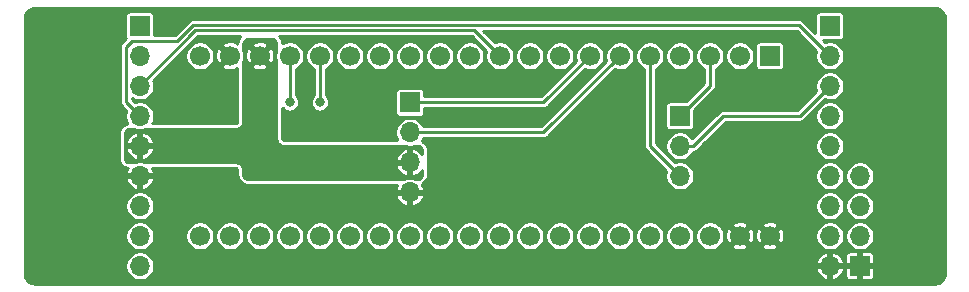
<source format=gbr>
%TF.GenerationSoftware,KiCad,Pcbnew,(5.1.9)-1*%
%TF.CreationDate,2021-05-08T11:34:11+01:00*%
%TF.ProjectId,FF OSD Adapter - Rev 2,4646204f-5344-4204-9164-617074657220,rev?*%
%TF.SameCoordinates,Original*%
%TF.FileFunction,Copper,L1,Top*%
%TF.FilePolarity,Positive*%
%FSLAX46Y46*%
G04 Gerber Fmt 4.6, Leading zero omitted, Abs format (unit mm)*
G04 Created by KiCad (PCBNEW (5.1.9)-1) date 2021-05-08 11:34:12*
%MOMM*%
%LPD*%
G01*
G04 APERTURE LIST*
%TA.AperFunction,ComponentPad*%
%ADD10O,1.700000X1.700000*%
%TD*%
%TA.AperFunction,ComponentPad*%
%ADD11R,1.700000X1.700000*%
%TD*%
%TA.AperFunction,ComponentPad*%
%ADD12C,1.700000*%
%TD*%
%TA.AperFunction,ViaPad*%
%ADD13C,0.800000*%
%TD*%
%TA.AperFunction,Conductor*%
%ADD14C,0.250000*%
%TD*%
%TA.AperFunction,Conductor*%
%ADD15C,0.254000*%
%TD*%
%TA.AperFunction,Conductor*%
%ADD16C,0.100000*%
%TD*%
G04 APERTURE END LIST*
D10*
%TO.P,CN1,9*%
%TO.N,BT3*%
X116840000Y-111760000D03*
%TO.P,CN1,8*%
%TO.N,BT2*%
X116840000Y-109220000D03*
%TO.P,CN1,7*%
%TO.N,BT1*%
X116840000Y-106680000D03*
%TO.P,CN1,6*%
%TO.N,GND*%
X116840000Y-104140000D03*
%TO.P,CN1,5*%
%TO.N,+5V*%
X116840000Y-101600000D03*
%TO.P,CN1,4*%
%TO.N,DISPLAY_OUTPUT_BUFFERED*%
X116840000Y-99060000D03*
%TO.P,CN1,3*%
%TO.N,DISPLAY_ENABLE*%
X116840000Y-96520000D03*
%TO.P,CN1,2*%
%TO.N,DISPLAY_OUTPUT*%
X116840000Y-93980000D03*
D11*
%TO.P,CN1,1*%
%TO.N,SYNC*%
X116840000Y-91440000D03*
%TD*%
D10*
%TO.P,CN4,4*%
%TO.N,SCL*%
X177800000Y-104140000D03*
%TO.P,CN4,3*%
%TO.N,SDA*%
X177800000Y-106680000D03*
%TO.P,CN4,2*%
%TO.N,+3V3*%
X177800000Y-109220000D03*
D11*
%TO.P,CN4,1*%
%TO.N,GND*%
X177800000Y-111760000D03*
%TD*%
D10*
%TO.P,CN2,9*%
%TO.N,GND*%
X175260000Y-111760000D03*
%TO.P,CN2,8*%
%TO.N,+3V3*%
X175260000Y-109220000D03*
%TO.P,CN2,7*%
%TO.N,SDA*%
X175260000Y-106680000D03*
%TO.P,CN2,6*%
%TO.N,SCL*%
X175260000Y-104140000D03*
%TO.P,CN2,5*%
%TO.N,KB_CLOCK*%
X175260000Y-101600000D03*
%TO.P,CN2,4*%
%TO.N,KB_DATA*%
X175260000Y-99060000D03*
%TO.P,CN2,3*%
%TO.N,SYNC*%
X175260000Y-96520000D03*
%TO.P,CN2,2*%
%TO.N,DISPLAY_OUTPUT_BUFFERED*%
X175260000Y-93980000D03*
D11*
%TO.P,CN2,1*%
%TO.N,Net-(CN2-Pad1)*%
X175260000Y-91440000D03*
%TD*%
D10*
%TO.P,CN3,4*%
%TO.N,GND*%
X139700000Y-105537000D03*
%TO.P,CN3,3*%
%TO.N,+5V*%
X139700000Y-102997000D03*
%TO.P,CN3,2*%
%TO.N,TX*%
X139700000Y-100457000D03*
D11*
%TO.P,CN3,1*%
%TO.N,RX*%
X139700000Y-97917000D03*
%TD*%
D10*
%TO.P,JP2,3*%
%TO.N,C_H_SYNC*%
X162560000Y-104140000D03*
%TO.P,JP2,2*%
%TO.N,SYNC*%
X162560000Y-101600000D03*
D11*
%TO.P,JP2,1*%
%TO.N,V_SYNC*%
X162560000Y-99060000D03*
%TD*%
D12*
%TO.P,U1,40*%
%TO.N,GND*%
X170180000Y-109220000D03*
D11*
%TO.P,U1,1*%
%TO.N,Net-(U1-Pad1)*%
X170180000Y-93980000D03*
D12*
%TO.P,U1,39*%
%TO.N,GND*%
X167640000Y-109220000D03*
%TO.P,U1,2*%
%TO.N,Net-(U1-Pad2)*%
X167640000Y-93980000D03*
%TO.P,U1,38*%
%TO.N,+3V3*%
X165100000Y-109220000D03*
%TO.P,U1,3*%
%TO.N,V_SYNC*%
X165100000Y-93980000D03*
%TO.P,U1,37*%
%TO.N,Net-(U1-Pad37)*%
X162560000Y-109220000D03*
%TO.P,U1,4*%
%TO.N,DISPLAY_OUTPUT*%
X162560000Y-93980000D03*
%TO.P,U1,36*%
%TO.N,Net-(U1-Pad36)*%
X160020000Y-109220000D03*
%TO.P,U1,5*%
%TO.N,C_H_SYNC*%
X160020000Y-93980000D03*
%TO.P,U1,35*%
%TO.N,BT3*%
X157480000Y-109220000D03*
%TO.P,U1,6*%
%TO.N,TX*%
X157480000Y-93980000D03*
%TO.P,U1,34*%
%TO.N,Net-(U1-Pad34)*%
X154940000Y-109220000D03*
%TO.P,U1,7*%
%TO.N,RX*%
X154940000Y-93980000D03*
%TO.P,U1,33*%
%TO.N,Net-(U1-Pad33)*%
X152400000Y-109220000D03*
%TO.P,U1,8*%
%TO.N,Net-(U1-Pad8)*%
X152400000Y-93980000D03*
%TO.P,U1,32*%
%TO.N,Net-(U1-Pad32)*%
X149860000Y-109220000D03*
%TO.P,U1,9*%
%TO.N,Net-(U1-Pad9)*%
X149860000Y-93980000D03*
%TO.P,U1,31*%
%TO.N,Net-(U1-Pad31)*%
X147320000Y-109220000D03*
%TO.P,U1,10*%
%TO.N,DISPLAY_ENABLE*%
X147320000Y-93980000D03*
%TO.P,U1,30*%
%TO.N,Net-(U1-Pad30)*%
X144780000Y-109220000D03*
%TO.P,U1,11*%
%TO.N,KB_DATA*%
X144780000Y-93980000D03*
%TO.P,U1,29*%
%TO.N,Net-(U1-Pad29)*%
X142240000Y-109220000D03*
%TO.P,U1,12*%
%TO.N,KB_CLOCK*%
X142240000Y-93980000D03*
%TO.P,U1,28*%
%TO.N,Net-(U1-Pad28)*%
X139700000Y-109220000D03*
%TO.P,U1,13*%
%TO.N,Net-(U1-Pad13)*%
X139700000Y-93980000D03*
%TO.P,U1,27*%
%TO.N,A2*%
X137160000Y-109220000D03*
%TO.P,U1,14*%
%TO.N,SCL*%
X137160000Y-93980000D03*
%TO.P,U1,26*%
%TO.N,A1*%
X134620000Y-109220000D03*
%TO.P,U1,15*%
%TO.N,SDA*%
X134620000Y-93980000D03*
%TO.P,U1,25*%
%TO.N,A0*%
X132080000Y-109220000D03*
%TO.P,U1,16*%
%TO.N,BT1*%
X132080000Y-93980000D03*
%TO.P,U1,24*%
%TO.N,Net-(U1-Pad24)*%
X129540000Y-109220000D03*
%TO.P,U1,17*%
%TO.N,BT2*%
X129540000Y-93980000D03*
%TO.P,U1,23*%
%TO.N,Net-(U1-Pad23)*%
X127000000Y-109220000D03*
%TO.P,U1,18*%
%TO.N,+5V*%
X127000000Y-93980000D03*
%TO.P,U1,22*%
%TO.N,Net-(U1-Pad22)*%
X124460000Y-109220000D03*
%TO.P,U1,19*%
%TO.N,GND*%
X124460000Y-93980000D03*
%TO.P,U1,21*%
%TO.N,Net-(U1-Pad21)*%
X121920000Y-109220000D03*
%TO.P,U1,20*%
%TO.N,Net-(U1-Pad20)*%
X121920000Y-93980000D03*
%TD*%
D13*
%TO.N,GND*%
X172085000Y-104140000D03*
X164465000Y-99060000D03*
%TO.N,BT2*%
X129540000Y-97917000D03*
%TO.N,BT1*%
X132080000Y-97917000D03*
%TD*%
D14*
%TO.N,V_SYNC*%
X165100000Y-96520000D02*
X162560000Y-99060000D01*
X165100000Y-93980000D02*
X165100000Y-96520000D01*
%TO.N,C_H_SYNC*%
X160020000Y-101600000D02*
X162560000Y-104140000D01*
X160020000Y-93980000D02*
X160020000Y-101600000D01*
%TO.N,DISPLAY_ENABLE*%
X121539000Y-91821000D02*
X116840000Y-96520000D01*
X145161000Y-91821000D02*
X121539000Y-91821000D01*
X147320000Y-93980000D02*
X145161000Y-91821000D01*
%TO.N,DISPLAY_OUTPUT_BUFFERED*%
X115664999Y-97884999D02*
X116840000Y-99060000D01*
X115664999Y-93206000D02*
X115664999Y-97884999D01*
X116160999Y-92710000D02*
X115664999Y-93206000D01*
X120013589Y-92710000D02*
X116160999Y-92710000D01*
X121352600Y-91370989D02*
X120013589Y-92710000D01*
X172650989Y-91370989D02*
X121352600Y-91370989D01*
X175260000Y-93980000D02*
X172650989Y-91370989D01*
%TO.N,TX*%
X151003000Y-100457000D02*
X157480000Y-93980000D01*
X139700000Y-100457000D02*
X151003000Y-100457000D01*
%TO.N,RX*%
X151003000Y-97917000D02*
X154940000Y-93980000D01*
X139700000Y-97917000D02*
X151003000Y-97917000D01*
%TO.N,SYNC*%
X172720000Y-99060000D02*
X175260000Y-96520000D01*
X166243000Y-99060000D02*
X172720000Y-99060000D01*
X163703000Y-101600000D02*
X166243000Y-99060000D01*
X162560000Y-101600000D02*
X163703000Y-101600000D01*
%TO.N,BT2*%
X129540000Y-93980000D02*
X129540000Y-97917000D01*
%TO.N,BT1*%
X132080000Y-93980000D02*
X132080000Y-97917000D01*
%TD*%
D15*
%TO.N,GND*%
X184317441Y-89959364D02*
X184478501Y-90007992D01*
X184627054Y-90086979D01*
X184757430Y-90193310D01*
X184864674Y-90322946D01*
X184944695Y-90470942D01*
X184994446Y-90631661D01*
X185014000Y-90817707D01*
X185014001Y-112375136D01*
X184995636Y-112562441D01*
X184947008Y-112723503D01*
X184868023Y-112872051D01*
X184761689Y-113002430D01*
X184632054Y-113109674D01*
X184484058Y-113189695D01*
X184323339Y-113239446D01*
X184137293Y-113259000D01*
X107969854Y-113259000D01*
X107782559Y-113240636D01*
X107621497Y-113192008D01*
X107472949Y-113113023D01*
X107342570Y-113006689D01*
X107235326Y-112877054D01*
X107155305Y-112729058D01*
X107105554Y-112568339D01*
X107086000Y-112382293D01*
X107086000Y-111638757D01*
X115609000Y-111638757D01*
X115609000Y-111881243D01*
X115656307Y-112119069D01*
X115749102Y-112343097D01*
X115883820Y-112544717D01*
X116055283Y-112716180D01*
X116256903Y-112850898D01*
X116480931Y-112943693D01*
X116718757Y-112991000D01*
X116961243Y-112991000D01*
X117199069Y-112943693D01*
X117423097Y-112850898D01*
X117624717Y-112716180D01*
X117796180Y-112544717D01*
X117930898Y-112343097D01*
X118023693Y-112119069D01*
X118032065Y-112076980D01*
X174070511Y-112076980D01*
X174094866Y-112157288D01*
X174194761Y-112376961D01*
X174335592Y-112572924D01*
X174511948Y-112737647D01*
X174717051Y-112864799D01*
X174943019Y-112949495D01*
X175133000Y-112889187D01*
X175133000Y-111887000D01*
X175387000Y-111887000D01*
X175387000Y-112889187D01*
X175576981Y-112949495D01*
X175802949Y-112864799D01*
X176008052Y-112737647D01*
X176144713Y-112610000D01*
X176567157Y-112610000D01*
X176574513Y-112684689D01*
X176596299Y-112756508D01*
X176631678Y-112822696D01*
X176679289Y-112880711D01*
X176737304Y-112928322D01*
X176803492Y-112963701D01*
X176875311Y-112985487D01*
X176950000Y-112992843D01*
X177577750Y-112991000D01*
X177673000Y-112895750D01*
X177673000Y-111887000D01*
X177927000Y-111887000D01*
X177927000Y-112895750D01*
X178022250Y-112991000D01*
X178650000Y-112992843D01*
X178724689Y-112985487D01*
X178796508Y-112963701D01*
X178862696Y-112928322D01*
X178920711Y-112880711D01*
X178968322Y-112822696D01*
X179003701Y-112756508D01*
X179025487Y-112684689D01*
X179032843Y-112610000D01*
X179031000Y-111982250D01*
X178935750Y-111887000D01*
X177927000Y-111887000D01*
X177673000Y-111887000D01*
X176664250Y-111887000D01*
X176569000Y-111982250D01*
X176567157Y-112610000D01*
X176144713Y-112610000D01*
X176184408Y-112572924D01*
X176325239Y-112376961D01*
X176425134Y-112157288D01*
X176449489Y-112076980D01*
X176388627Y-111887000D01*
X175387000Y-111887000D01*
X175133000Y-111887000D01*
X174131373Y-111887000D01*
X174070511Y-112076980D01*
X118032065Y-112076980D01*
X118071000Y-111881243D01*
X118071000Y-111638757D01*
X118032066Y-111443020D01*
X174070511Y-111443020D01*
X174131373Y-111633000D01*
X175133000Y-111633000D01*
X175133000Y-110630813D01*
X175387000Y-110630813D01*
X175387000Y-111633000D01*
X176388627Y-111633000D01*
X176449489Y-111443020D01*
X176425134Y-111362712D01*
X176325239Y-111143039D01*
X176184408Y-110947076D01*
X176144714Y-110910000D01*
X176567157Y-110910000D01*
X176569000Y-111537750D01*
X176664250Y-111633000D01*
X177673000Y-111633000D01*
X177673000Y-110624250D01*
X177927000Y-110624250D01*
X177927000Y-111633000D01*
X178935750Y-111633000D01*
X179031000Y-111537750D01*
X179032843Y-110910000D01*
X179025487Y-110835311D01*
X179003701Y-110763492D01*
X178968322Y-110697304D01*
X178920711Y-110639289D01*
X178862696Y-110591678D01*
X178796508Y-110556299D01*
X178724689Y-110534513D01*
X178650000Y-110527157D01*
X178022250Y-110529000D01*
X177927000Y-110624250D01*
X177673000Y-110624250D01*
X177577750Y-110529000D01*
X176950000Y-110527157D01*
X176875311Y-110534513D01*
X176803492Y-110556299D01*
X176737304Y-110591678D01*
X176679289Y-110639289D01*
X176631678Y-110697304D01*
X176596299Y-110763492D01*
X176574513Y-110835311D01*
X176567157Y-110910000D01*
X176144714Y-110910000D01*
X176008052Y-110782353D01*
X175802949Y-110655201D01*
X175576981Y-110570505D01*
X175387000Y-110630813D01*
X175133000Y-110630813D01*
X174943019Y-110570505D01*
X174717051Y-110655201D01*
X174511948Y-110782353D01*
X174335592Y-110947076D01*
X174194761Y-111143039D01*
X174094866Y-111362712D01*
X174070511Y-111443020D01*
X118032066Y-111443020D01*
X118023693Y-111400931D01*
X117930898Y-111176903D01*
X117796180Y-110975283D01*
X117624717Y-110803820D01*
X117423097Y-110669102D01*
X117199069Y-110576307D01*
X116961243Y-110529000D01*
X116718757Y-110529000D01*
X116480931Y-110576307D01*
X116256903Y-110669102D01*
X116055283Y-110803820D01*
X115883820Y-110975283D01*
X115749102Y-111176903D01*
X115656307Y-111400931D01*
X115609000Y-111638757D01*
X107086000Y-111638757D01*
X107086000Y-109098757D01*
X115609000Y-109098757D01*
X115609000Y-109341243D01*
X115656307Y-109579069D01*
X115749102Y-109803097D01*
X115883820Y-110004717D01*
X116055283Y-110176180D01*
X116256903Y-110310898D01*
X116480931Y-110403693D01*
X116718757Y-110451000D01*
X116961243Y-110451000D01*
X117199069Y-110403693D01*
X117423097Y-110310898D01*
X117624717Y-110176180D01*
X117796180Y-110004717D01*
X117930898Y-109803097D01*
X118023693Y-109579069D01*
X118071000Y-109341243D01*
X118071000Y-109098757D01*
X120689000Y-109098757D01*
X120689000Y-109341243D01*
X120736307Y-109579069D01*
X120829102Y-109803097D01*
X120963820Y-110004717D01*
X121135283Y-110176180D01*
X121336903Y-110310898D01*
X121560931Y-110403693D01*
X121798757Y-110451000D01*
X122041243Y-110451000D01*
X122279069Y-110403693D01*
X122503097Y-110310898D01*
X122704717Y-110176180D01*
X122876180Y-110004717D01*
X123010898Y-109803097D01*
X123103693Y-109579069D01*
X123151000Y-109341243D01*
X123151000Y-109098757D01*
X123229000Y-109098757D01*
X123229000Y-109341243D01*
X123276307Y-109579069D01*
X123369102Y-109803097D01*
X123503820Y-110004717D01*
X123675283Y-110176180D01*
X123876903Y-110310898D01*
X124100931Y-110403693D01*
X124338757Y-110451000D01*
X124581243Y-110451000D01*
X124819069Y-110403693D01*
X125043097Y-110310898D01*
X125244717Y-110176180D01*
X125416180Y-110004717D01*
X125550898Y-109803097D01*
X125643693Y-109579069D01*
X125691000Y-109341243D01*
X125691000Y-109098757D01*
X125769000Y-109098757D01*
X125769000Y-109341243D01*
X125816307Y-109579069D01*
X125909102Y-109803097D01*
X126043820Y-110004717D01*
X126215283Y-110176180D01*
X126416903Y-110310898D01*
X126640931Y-110403693D01*
X126878757Y-110451000D01*
X127121243Y-110451000D01*
X127359069Y-110403693D01*
X127583097Y-110310898D01*
X127784717Y-110176180D01*
X127956180Y-110004717D01*
X128090898Y-109803097D01*
X128183693Y-109579069D01*
X128231000Y-109341243D01*
X128231000Y-109098757D01*
X128309000Y-109098757D01*
X128309000Y-109341243D01*
X128356307Y-109579069D01*
X128449102Y-109803097D01*
X128583820Y-110004717D01*
X128755283Y-110176180D01*
X128956903Y-110310898D01*
X129180931Y-110403693D01*
X129418757Y-110451000D01*
X129661243Y-110451000D01*
X129899069Y-110403693D01*
X130123097Y-110310898D01*
X130324717Y-110176180D01*
X130496180Y-110004717D01*
X130630898Y-109803097D01*
X130723693Y-109579069D01*
X130771000Y-109341243D01*
X130771000Y-109098757D01*
X130849000Y-109098757D01*
X130849000Y-109341243D01*
X130896307Y-109579069D01*
X130989102Y-109803097D01*
X131123820Y-110004717D01*
X131295283Y-110176180D01*
X131496903Y-110310898D01*
X131720931Y-110403693D01*
X131958757Y-110451000D01*
X132201243Y-110451000D01*
X132439069Y-110403693D01*
X132663097Y-110310898D01*
X132864717Y-110176180D01*
X133036180Y-110004717D01*
X133170898Y-109803097D01*
X133263693Y-109579069D01*
X133311000Y-109341243D01*
X133311000Y-109098757D01*
X133389000Y-109098757D01*
X133389000Y-109341243D01*
X133436307Y-109579069D01*
X133529102Y-109803097D01*
X133663820Y-110004717D01*
X133835283Y-110176180D01*
X134036903Y-110310898D01*
X134260931Y-110403693D01*
X134498757Y-110451000D01*
X134741243Y-110451000D01*
X134979069Y-110403693D01*
X135203097Y-110310898D01*
X135404717Y-110176180D01*
X135576180Y-110004717D01*
X135710898Y-109803097D01*
X135803693Y-109579069D01*
X135851000Y-109341243D01*
X135851000Y-109098757D01*
X135929000Y-109098757D01*
X135929000Y-109341243D01*
X135976307Y-109579069D01*
X136069102Y-109803097D01*
X136203820Y-110004717D01*
X136375283Y-110176180D01*
X136576903Y-110310898D01*
X136800931Y-110403693D01*
X137038757Y-110451000D01*
X137281243Y-110451000D01*
X137519069Y-110403693D01*
X137743097Y-110310898D01*
X137944717Y-110176180D01*
X138116180Y-110004717D01*
X138250898Y-109803097D01*
X138343693Y-109579069D01*
X138391000Y-109341243D01*
X138391000Y-109098757D01*
X138469000Y-109098757D01*
X138469000Y-109341243D01*
X138516307Y-109579069D01*
X138609102Y-109803097D01*
X138743820Y-110004717D01*
X138915283Y-110176180D01*
X139116903Y-110310898D01*
X139340931Y-110403693D01*
X139578757Y-110451000D01*
X139821243Y-110451000D01*
X140059069Y-110403693D01*
X140283097Y-110310898D01*
X140484717Y-110176180D01*
X140656180Y-110004717D01*
X140790898Y-109803097D01*
X140883693Y-109579069D01*
X140931000Y-109341243D01*
X140931000Y-109098757D01*
X141009000Y-109098757D01*
X141009000Y-109341243D01*
X141056307Y-109579069D01*
X141149102Y-109803097D01*
X141283820Y-110004717D01*
X141455283Y-110176180D01*
X141656903Y-110310898D01*
X141880931Y-110403693D01*
X142118757Y-110451000D01*
X142361243Y-110451000D01*
X142599069Y-110403693D01*
X142823097Y-110310898D01*
X143024717Y-110176180D01*
X143196180Y-110004717D01*
X143330898Y-109803097D01*
X143423693Y-109579069D01*
X143471000Y-109341243D01*
X143471000Y-109098757D01*
X143549000Y-109098757D01*
X143549000Y-109341243D01*
X143596307Y-109579069D01*
X143689102Y-109803097D01*
X143823820Y-110004717D01*
X143995283Y-110176180D01*
X144196903Y-110310898D01*
X144420931Y-110403693D01*
X144658757Y-110451000D01*
X144901243Y-110451000D01*
X145139069Y-110403693D01*
X145363097Y-110310898D01*
X145564717Y-110176180D01*
X145736180Y-110004717D01*
X145870898Y-109803097D01*
X145963693Y-109579069D01*
X146011000Y-109341243D01*
X146011000Y-109098757D01*
X146089000Y-109098757D01*
X146089000Y-109341243D01*
X146136307Y-109579069D01*
X146229102Y-109803097D01*
X146363820Y-110004717D01*
X146535283Y-110176180D01*
X146736903Y-110310898D01*
X146960931Y-110403693D01*
X147198757Y-110451000D01*
X147441243Y-110451000D01*
X147679069Y-110403693D01*
X147903097Y-110310898D01*
X148104717Y-110176180D01*
X148276180Y-110004717D01*
X148410898Y-109803097D01*
X148503693Y-109579069D01*
X148551000Y-109341243D01*
X148551000Y-109098757D01*
X148629000Y-109098757D01*
X148629000Y-109341243D01*
X148676307Y-109579069D01*
X148769102Y-109803097D01*
X148903820Y-110004717D01*
X149075283Y-110176180D01*
X149276903Y-110310898D01*
X149500931Y-110403693D01*
X149738757Y-110451000D01*
X149981243Y-110451000D01*
X150219069Y-110403693D01*
X150443097Y-110310898D01*
X150644717Y-110176180D01*
X150816180Y-110004717D01*
X150950898Y-109803097D01*
X151043693Y-109579069D01*
X151091000Y-109341243D01*
X151091000Y-109098757D01*
X151169000Y-109098757D01*
X151169000Y-109341243D01*
X151216307Y-109579069D01*
X151309102Y-109803097D01*
X151443820Y-110004717D01*
X151615283Y-110176180D01*
X151816903Y-110310898D01*
X152040931Y-110403693D01*
X152278757Y-110451000D01*
X152521243Y-110451000D01*
X152759069Y-110403693D01*
X152983097Y-110310898D01*
X153184717Y-110176180D01*
X153356180Y-110004717D01*
X153490898Y-109803097D01*
X153583693Y-109579069D01*
X153631000Y-109341243D01*
X153631000Y-109098757D01*
X153709000Y-109098757D01*
X153709000Y-109341243D01*
X153756307Y-109579069D01*
X153849102Y-109803097D01*
X153983820Y-110004717D01*
X154155283Y-110176180D01*
X154356903Y-110310898D01*
X154580931Y-110403693D01*
X154818757Y-110451000D01*
X155061243Y-110451000D01*
X155299069Y-110403693D01*
X155523097Y-110310898D01*
X155724717Y-110176180D01*
X155896180Y-110004717D01*
X156030898Y-109803097D01*
X156123693Y-109579069D01*
X156171000Y-109341243D01*
X156171000Y-109098757D01*
X156249000Y-109098757D01*
X156249000Y-109341243D01*
X156296307Y-109579069D01*
X156389102Y-109803097D01*
X156523820Y-110004717D01*
X156695283Y-110176180D01*
X156896903Y-110310898D01*
X157120931Y-110403693D01*
X157358757Y-110451000D01*
X157601243Y-110451000D01*
X157839069Y-110403693D01*
X158063097Y-110310898D01*
X158264717Y-110176180D01*
X158436180Y-110004717D01*
X158570898Y-109803097D01*
X158663693Y-109579069D01*
X158711000Y-109341243D01*
X158711000Y-109098757D01*
X158789000Y-109098757D01*
X158789000Y-109341243D01*
X158836307Y-109579069D01*
X158929102Y-109803097D01*
X159063820Y-110004717D01*
X159235283Y-110176180D01*
X159436903Y-110310898D01*
X159660931Y-110403693D01*
X159898757Y-110451000D01*
X160141243Y-110451000D01*
X160379069Y-110403693D01*
X160603097Y-110310898D01*
X160804717Y-110176180D01*
X160976180Y-110004717D01*
X161110898Y-109803097D01*
X161203693Y-109579069D01*
X161251000Y-109341243D01*
X161251000Y-109098757D01*
X161329000Y-109098757D01*
X161329000Y-109341243D01*
X161376307Y-109579069D01*
X161469102Y-109803097D01*
X161603820Y-110004717D01*
X161775283Y-110176180D01*
X161976903Y-110310898D01*
X162200931Y-110403693D01*
X162438757Y-110451000D01*
X162681243Y-110451000D01*
X162919069Y-110403693D01*
X163143097Y-110310898D01*
X163344717Y-110176180D01*
X163516180Y-110004717D01*
X163650898Y-109803097D01*
X163743693Y-109579069D01*
X163791000Y-109341243D01*
X163791000Y-109098757D01*
X163869000Y-109098757D01*
X163869000Y-109341243D01*
X163916307Y-109579069D01*
X164009102Y-109803097D01*
X164143820Y-110004717D01*
X164315283Y-110176180D01*
X164516903Y-110310898D01*
X164740931Y-110403693D01*
X164978757Y-110451000D01*
X165221243Y-110451000D01*
X165459069Y-110403693D01*
X165683097Y-110310898D01*
X165884717Y-110176180D01*
X165948797Y-110112100D01*
X166927505Y-110112100D01*
X167019523Y-110290078D01*
X167240207Y-110390566D01*
X167476255Y-110446069D01*
X167718596Y-110454456D01*
X167957917Y-110415402D01*
X168185020Y-110330411D01*
X168260477Y-110290078D01*
X168352495Y-110112100D01*
X169467505Y-110112100D01*
X169559523Y-110290078D01*
X169780207Y-110390566D01*
X170016255Y-110446069D01*
X170258596Y-110454456D01*
X170497917Y-110415402D01*
X170725020Y-110330411D01*
X170800477Y-110290078D01*
X170892495Y-110112100D01*
X170180000Y-109399605D01*
X169467505Y-110112100D01*
X168352495Y-110112100D01*
X167640000Y-109399605D01*
X166927505Y-110112100D01*
X165948797Y-110112100D01*
X166056180Y-110004717D01*
X166190898Y-109803097D01*
X166283693Y-109579069D01*
X166331000Y-109341243D01*
X166331000Y-109298596D01*
X166405544Y-109298596D01*
X166444598Y-109537917D01*
X166529589Y-109765020D01*
X166569922Y-109840477D01*
X166747900Y-109932495D01*
X167460395Y-109220000D01*
X167819605Y-109220000D01*
X168532100Y-109932495D01*
X168710078Y-109840477D01*
X168810566Y-109619793D01*
X168866069Y-109383745D01*
X168869015Y-109298596D01*
X168945544Y-109298596D01*
X168984598Y-109537917D01*
X169069589Y-109765020D01*
X169109922Y-109840477D01*
X169287900Y-109932495D01*
X170000395Y-109220000D01*
X170359605Y-109220000D01*
X171072100Y-109932495D01*
X171250078Y-109840477D01*
X171350566Y-109619793D01*
X171406069Y-109383745D01*
X171414456Y-109141404D01*
X171407497Y-109098757D01*
X174029000Y-109098757D01*
X174029000Y-109341243D01*
X174076307Y-109579069D01*
X174169102Y-109803097D01*
X174303820Y-110004717D01*
X174475283Y-110176180D01*
X174676903Y-110310898D01*
X174900931Y-110403693D01*
X175138757Y-110451000D01*
X175381243Y-110451000D01*
X175619069Y-110403693D01*
X175843097Y-110310898D01*
X176044717Y-110176180D01*
X176216180Y-110004717D01*
X176350898Y-109803097D01*
X176443693Y-109579069D01*
X176491000Y-109341243D01*
X176491000Y-109098757D01*
X176569000Y-109098757D01*
X176569000Y-109341243D01*
X176616307Y-109579069D01*
X176709102Y-109803097D01*
X176843820Y-110004717D01*
X177015283Y-110176180D01*
X177216903Y-110310898D01*
X177440931Y-110403693D01*
X177678757Y-110451000D01*
X177921243Y-110451000D01*
X178159069Y-110403693D01*
X178383097Y-110310898D01*
X178584717Y-110176180D01*
X178756180Y-110004717D01*
X178890898Y-109803097D01*
X178983693Y-109579069D01*
X179031000Y-109341243D01*
X179031000Y-109098757D01*
X178983693Y-108860931D01*
X178890898Y-108636903D01*
X178756180Y-108435283D01*
X178584717Y-108263820D01*
X178383097Y-108129102D01*
X178159069Y-108036307D01*
X177921243Y-107989000D01*
X177678757Y-107989000D01*
X177440931Y-108036307D01*
X177216903Y-108129102D01*
X177015283Y-108263820D01*
X176843820Y-108435283D01*
X176709102Y-108636903D01*
X176616307Y-108860931D01*
X176569000Y-109098757D01*
X176491000Y-109098757D01*
X176443693Y-108860931D01*
X176350898Y-108636903D01*
X176216180Y-108435283D01*
X176044717Y-108263820D01*
X175843097Y-108129102D01*
X175619069Y-108036307D01*
X175381243Y-107989000D01*
X175138757Y-107989000D01*
X174900931Y-108036307D01*
X174676903Y-108129102D01*
X174475283Y-108263820D01*
X174303820Y-108435283D01*
X174169102Y-108636903D01*
X174076307Y-108860931D01*
X174029000Y-109098757D01*
X171407497Y-109098757D01*
X171375402Y-108902083D01*
X171290411Y-108674980D01*
X171250078Y-108599523D01*
X171072100Y-108507505D01*
X170359605Y-109220000D01*
X170000395Y-109220000D01*
X169287900Y-108507505D01*
X169109922Y-108599523D01*
X169009434Y-108820207D01*
X168953931Y-109056255D01*
X168945544Y-109298596D01*
X168869015Y-109298596D01*
X168874456Y-109141404D01*
X168835402Y-108902083D01*
X168750411Y-108674980D01*
X168710078Y-108599523D01*
X168532100Y-108507505D01*
X167819605Y-109220000D01*
X167460395Y-109220000D01*
X166747900Y-108507505D01*
X166569922Y-108599523D01*
X166469434Y-108820207D01*
X166413931Y-109056255D01*
X166405544Y-109298596D01*
X166331000Y-109298596D01*
X166331000Y-109098757D01*
X166283693Y-108860931D01*
X166190898Y-108636903D01*
X166056180Y-108435283D01*
X165948797Y-108327900D01*
X166927505Y-108327900D01*
X167640000Y-109040395D01*
X168352495Y-108327900D01*
X169467505Y-108327900D01*
X170180000Y-109040395D01*
X170892495Y-108327900D01*
X170800477Y-108149922D01*
X170579793Y-108049434D01*
X170343745Y-107993931D01*
X170101404Y-107985544D01*
X169862083Y-108024598D01*
X169634980Y-108109589D01*
X169559523Y-108149922D01*
X169467505Y-108327900D01*
X168352495Y-108327900D01*
X168260477Y-108149922D01*
X168039793Y-108049434D01*
X167803745Y-107993931D01*
X167561404Y-107985544D01*
X167322083Y-108024598D01*
X167094980Y-108109589D01*
X167019523Y-108149922D01*
X166927505Y-108327900D01*
X165948797Y-108327900D01*
X165884717Y-108263820D01*
X165683097Y-108129102D01*
X165459069Y-108036307D01*
X165221243Y-107989000D01*
X164978757Y-107989000D01*
X164740931Y-108036307D01*
X164516903Y-108129102D01*
X164315283Y-108263820D01*
X164143820Y-108435283D01*
X164009102Y-108636903D01*
X163916307Y-108860931D01*
X163869000Y-109098757D01*
X163791000Y-109098757D01*
X163743693Y-108860931D01*
X163650898Y-108636903D01*
X163516180Y-108435283D01*
X163344717Y-108263820D01*
X163143097Y-108129102D01*
X162919069Y-108036307D01*
X162681243Y-107989000D01*
X162438757Y-107989000D01*
X162200931Y-108036307D01*
X161976903Y-108129102D01*
X161775283Y-108263820D01*
X161603820Y-108435283D01*
X161469102Y-108636903D01*
X161376307Y-108860931D01*
X161329000Y-109098757D01*
X161251000Y-109098757D01*
X161203693Y-108860931D01*
X161110898Y-108636903D01*
X160976180Y-108435283D01*
X160804717Y-108263820D01*
X160603097Y-108129102D01*
X160379069Y-108036307D01*
X160141243Y-107989000D01*
X159898757Y-107989000D01*
X159660931Y-108036307D01*
X159436903Y-108129102D01*
X159235283Y-108263820D01*
X159063820Y-108435283D01*
X158929102Y-108636903D01*
X158836307Y-108860931D01*
X158789000Y-109098757D01*
X158711000Y-109098757D01*
X158663693Y-108860931D01*
X158570898Y-108636903D01*
X158436180Y-108435283D01*
X158264717Y-108263820D01*
X158063097Y-108129102D01*
X157839069Y-108036307D01*
X157601243Y-107989000D01*
X157358757Y-107989000D01*
X157120931Y-108036307D01*
X156896903Y-108129102D01*
X156695283Y-108263820D01*
X156523820Y-108435283D01*
X156389102Y-108636903D01*
X156296307Y-108860931D01*
X156249000Y-109098757D01*
X156171000Y-109098757D01*
X156123693Y-108860931D01*
X156030898Y-108636903D01*
X155896180Y-108435283D01*
X155724717Y-108263820D01*
X155523097Y-108129102D01*
X155299069Y-108036307D01*
X155061243Y-107989000D01*
X154818757Y-107989000D01*
X154580931Y-108036307D01*
X154356903Y-108129102D01*
X154155283Y-108263820D01*
X153983820Y-108435283D01*
X153849102Y-108636903D01*
X153756307Y-108860931D01*
X153709000Y-109098757D01*
X153631000Y-109098757D01*
X153583693Y-108860931D01*
X153490898Y-108636903D01*
X153356180Y-108435283D01*
X153184717Y-108263820D01*
X152983097Y-108129102D01*
X152759069Y-108036307D01*
X152521243Y-107989000D01*
X152278757Y-107989000D01*
X152040931Y-108036307D01*
X151816903Y-108129102D01*
X151615283Y-108263820D01*
X151443820Y-108435283D01*
X151309102Y-108636903D01*
X151216307Y-108860931D01*
X151169000Y-109098757D01*
X151091000Y-109098757D01*
X151043693Y-108860931D01*
X150950898Y-108636903D01*
X150816180Y-108435283D01*
X150644717Y-108263820D01*
X150443097Y-108129102D01*
X150219069Y-108036307D01*
X149981243Y-107989000D01*
X149738757Y-107989000D01*
X149500931Y-108036307D01*
X149276903Y-108129102D01*
X149075283Y-108263820D01*
X148903820Y-108435283D01*
X148769102Y-108636903D01*
X148676307Y-108860931D01*
X148629000Y-109098757D01*
X148551000Y-109098757D01*
X148503693Y-108860931D01*
X148410898Y-108636903D01*
X148276180Y-108435283D01*
X148104717Y-108263820D01*
X147903097Y-108129102D01*
X147679069Y-108036307D01*
X147441243Y-107989000D01*
X147198757Y-107989000D01*
X146960931Y-108036307D01*
X146736903Y-108129102D01*
X146535283Y-108263820D01*
X146363820Y-108435283D01*
X146229102Y-108636903D01*
X146136307Y-108860931D01*
X146089000Y-109098757D01*
X146011000Y-109098757D01*
X145963693Y-108860931D01*
X145870898Y-108636903D01*
X145736180Y-108435283D01*
X145564717Y-108263820D01*
X145363097Y-108129102D01*
X145139069Y-108036307D01*
X144901243Y-107989000D01*
X144658757Y-107989000D01*
X144420931Y-108036307D01*
X144196903Y-108129102D01*
X143995283Y-108263820D01*
X143823820Y-108435283D01*
X143689102Y-108636903D01*
X143596307Y-108860931D01*
X143549000Y-109098757D01*
X143471000Y-109098757D01*
X143423693Y-108860931D01*
X143330898Y-108636903D01*
X143196180Y-108435283D01*
X143024717Y-108263820D01*
X142823097Y-108129102D01*
X142599069Y-108036307D01*
X142361243Y-107989000D01*
X142118757Y-107989000D01*
X141880931Y-108036307D01*
X141656903Y-108129102D01*
X141455283Y-108263820D01*
X141283820Y-108435283D01*
X141149102Y-108636903D01*
X141056307Y-108860931D01*
X141009000Y-109098757D01*
X140931000Y-109098757D01*
X140883693Y-108860931D01*
X140790898Y-108636903D01*
X140656180Y-108435283D01*
X140484717Y-108263820D01*
X140283097Y-108129102D01*
X140059069Y-108036307D01*
X139821243Y-107989000D01*
X139578757Y-107989000D01*
X139340931Y-108036307D01*
X139116903Y-108129102D01*
X138915283Y-108263820D01*
X138743820Y-108435283D01*
X138609102Y-108636903D01*
X138516307Y-108860931D01*
X138469000Y-109098757D01*
X138391000Y-109098757D01*
X138343693Y-108860931D01*
X138250898Y-108636903D01*
X138116180Y-108435283D01*
X137944717Y-108263820D01*
X137743097Y-108129102D01*
X137519069Y-108036307D01*
X137281243Y-107989000D01*
X137038757Y-107989000D01*
X136800931Y-108036307D01*
X136576903Y-108129102D01*
X136375283Y-108263820D01*
X136203820Y-108435283D01*
X136069102Y-108636903D01*
X135976307Y-108860931D01*
X135929000Y-109098757D01*
X135851000Y-109098757D01*
X135803693Y-108860931D01*
X135710898Y-108636903D01*
X135576180Y-108435283D01*
X135404717Y-108263820D01*
X135203097Y-108129102D01*
X134979069Y-108036307D01*
X134741243Y-107989000D01*
X134498757Y-107989000D01*
X134260931Y-108036307D01*
X134036903Y-108129102D01*
X133835283Y-108263820D01*
X133663820Y-108435283D01*
X133529102Y-108636903D01*
X133436307Y-108860931D01*
X133389000Y-109098757D01*
X133311000Y-109098757D01*
X133263693Y-108860931D01*
X133170898Y-108636903D01*
X133036180Y-108435283D01*
X132864717Y-108263820D01*
X132663097Y-108129102D01*
X132439069Y-108036307D01*
X132201243Y-107989000D01*
X131958757Y-107989000D01*
X131720931Y-108036307D01*
X131496903Y-108129102D01*
X131295283Y-108263820D01*
X131123820Y-108435283D01*
X130989102Y-108636903D01*
X130896307Y-108860931D01*
X130849000Y-109098757D01*
X130771000Y-109098757D01*
X130723693Y-108860931D01*
X130630898Y-108636903D01*
X130496180Y-108435283D01*
X130324717Y-108263820D01*
X130123097Y-108129102D01*
X129899069Y-108036307D01*
X129661243Y-107989000D01*
X129418757Y-107989000D01*
X129180931Y-108036307D01*
X128956903Y-108129102D01*
X128755283Y-108263820D01*
X128583820Y-108435283D01*
X128449102Y-108636903D01*
X128356307Y-108860931D01*
X128309000Y-109098757D01*
X128231000Y-109098757D01*
X128183693Y-108860931D01*
X128090898Y-108636903D01*
X127956180Y-108435283D01*
X127784717Y-108263820D01*
X127583097Y-108129102D01*
X127359069Y-108036307D01*
X127121243Y-107989000D01*
X126878757Y-107989000D01*
X126640931Y-108036307D01*
X126416903Y-108129102D01*
X126215283Y-108263820D01*
X126043820Y-108435283D01*
X125909102Y-108636903D01*
X125816307Y-108860931D01*
X125769000Y-109098757D01*
X125691000Y-109098757D01*
X125643693Y-108860931D01*
X125550898Y-108636903D01*
X125416180Y-108435283D01*
X125244717Y-108263820D01*
X125043097Y-108129102D01*
X124819069Y-108036307D01*
X124581243Y-107989000D01*
X124338757Y-107989000D01*
X124100931Y-108036307D01*
X123876903Y-108129102D01*
X123675283Y-108263820D01*
X123503820Y-108435283D01*
X123369102Y-108636903D01*
X123276307Y-108860931D01*
X123229000Y-109098757D01*
X123151000Y-109098757D01*
X123103693Y-108860931D01*
X123010898Y-108636903D01*
X122876180Y-108435283D01*
X122704717Y-108263820D01*
X122503097Y-108129102D01*
X122279069Y-108036307D01*
X122041243Y-107989000D01*
X121798757Y-107989000D01*
X121560931Y-108036307D01*
X121336903Y-108129102D01*
X121135283Y-108263820D01*
X120963820Y-108435283D01*
X120829102Y-108636903D01*
X120736307Y-108860931D01*
X120689000Y-109098757D01*
X118071000Y-109098757D01*
X118023693Y-108860931D01*
X117930898Y-108636903D01*
X117796180Y-108435283D01*
X117624717Y-108263820D01*
X117423097Y-108129102D01*
X117199069Y-108036307D01*
X116961243Y-107989000D01*
X116718757Y-107989000D01*
X116480931Y-108036307D01*
X116256903Y-108129102D01*
X116055283Y-108263820D01*
X115883820Y-108435283D01*
X115749102Y-108636903D01*
X115656307Y-108860931D01*
X115609000Y-109098757D01*
X107086000Y-109098757D01*
X107086000Y-106558757D01*
X115609000Y-106558757D01*
X115609000Y-106801243D01*
X115656307Y-107039069D01*
X115749102Y-107263097D01*
X115883820Y-107464717D01*
X116055283Y-107636180D01*
X116256903Y-107770898D01*
X116480931Y-107863693D01*
X116718757Y-107911000D01*
X116961243Y-107911000D01*
X117199069Y-107863693D01*
X117423097Y-107770898D01*
X117624717Y-107636180D01*
X117796180Y-107464717D01*
X117930898Y-107263097D01*
X118023693Y-107039069D01*
X118071000Y-106801243D01*
X118071000Y-106558757D01*
X118023693Y-106320931D01*
X117930898Y-106096903D01*
X117796180Y-105895283D01*
X117754877Y-105853980D01*
X138510511Y-105853980D01*
X138534866Y-105934288D01*
X138634761Y-106153961D01*
X138775592Y-106349924D01*
X138951948Y-106514647D01*
X139157051Y-106641799D01*
X139383019Y-106726495D01*
X139573000Y-106666187D01*
X139573000Y-105664000D01*
X139827000Y-105664000D01*
X139827000Y-106666187D01*
X140016981Y-106726495D01*
X140242949Y-106641799D01*
X140376900Y-106558757D01*
X174029000Y-106558757D01*
X174029000Y-106801243D01*
X174076307Y-107039069D01*
X174169102Y-107263097D01*
X174303820Y-107464717D01*
X174475283Y-107636180D01*
X174676903Y-107770898D01*
X174900931Y-107863693D01*
X175138757Y-107911000D01*
X175381243Y-107911000D01*
X175619069Y-107863693D01*
X175843097Y-107770898D01*
X176044717Y-107636180D01*
X176216180Y-107464717D01*
X176350898Y-107263097D01*
X176443693Y-107039069D01*
X176491000Y-106801243D01*
X176491000Y-106558757D01*
X176569000Y-106558757D01*
X176569000Y-106801243D01*
X176616307Y-107039069D01*
X176709102Y-107263097D01*
X176843820Y-107464717D01*
X177015283Y-107636180D01*
X177216903Y-107770898D01*
X177440931Y-107863693D01*
X177678757Y-107911000D01*
X177921243Y-107911000D01*
X178159069Y-107863693D01*
X178383097Y-107770898D01*
X178584717Y-107636180D01*
X178756180Y-107464717D01*
X178890898Y-107263097D01*
X178983693Y-107039069D01*
X179031000Y-106801243D01*
X179031000Y-106558757D01*
X178983693Y-106320931D01*
X178890898Y-106096903D01*
X178756180Y-105895283D01*
X178584717Y-105723820D01*
X178383097Y-105589102D01*
X178159069Y-105496307D01*
X177921243Y-105449000D01*
X177678757Y-105449000D01*
X177440931Y-105496307D01*
X177216903Y-105589102D01*
X177015283Y-105723820D01*
X176843820Y-105895283D01*
X176709102Y-106096903D01*
X176616307Y-106320931D01*
X176569000Y-106558757D01*
X176491000Y-106558757D01*
X176443693Y-106320931D01*
X176350898Y-106096903D01*
X176216180Y-105895283D01*
X176044717Y-105723820D01*
X175843097Y-105589102D01*
X175619069Y-105496307D01*
X175381243Y-105449000D01*
X175138757Y-105449000D01*
X174900931Y-105496307D01*
X174676903Y-105589102D01*
X174475283Y-105723820D01*
X174303820Y-105895283D01*
X174169102Y-106096903D01*
X174076307Y-106320931D01*
X174029000Y-106558757D01*
X140376900Y-106558757D01*
X140448052Y-106514647D01*
X140624408Y-106349924D01*
X140765239Y-106153961D01*
X140865134Y-105934288D01*
X140889489Y-105853980D01*
X140828627Y-105664000D01*
X139827000Y-105664000D01*
X139573000Y-105664000D01*
X138571373Y-105664000D01*
X138510511Y-105853980D01*
X117754877Y-105853980D01*
X117624717Y-105723820D01*
X117423097Y-105589102D01*
X117199069Y-105496307D01*
X116961243Y-105449000D01*
X116718757Y-105449000D01*
X116480931Y-105496307D01*
X116256903Y-105589102D01*
X116055283Y-105723820D01*
X115883820Y-105895283D01*
X115749102Y-106096903D01*
X115656307Y-106320931D01*
X115609000Y-106558757D01*
X107086000Y-106558757D01*
X107086000Y-104456980D01*
X115650511Y-104456980D01*
X115674866Y-104537288D01*
X115774761Y-104756961D01*
X115915592Y-104952924D01*
X116091948Y-105117647D01*
X116297051Y-105244799D01*
X116523019Y-105329495D01*
X116713000Y-105269187D01*
X116713000Y-104267000D01*
X116967000Y-104267000D01*
X116967000Y-105269187D01*
X117156981Y-105329495D01*
X117382949Y-105244799D01*
X117588052Y-105117647D01*
X117764408Y-104952924D01*
X117905239Y-104756961D01*
X118005134Y-104537288D01*
X118029489Y-104456980D01*
X117968627Y-104267000D01*
X116967000Y-104267000D01*
X116713000Y-104267000D01*
X115711373Y-104267000D01*
X115650511Y-104456980D01*
X107086000Y-104456980D01*
X107086000Y-100576000D01*
X115062000Y-100576000D01*
X115062000Y-102624000D01*
X115065259Y-102673730D01*
X115082296Y-102803140D01*
X115108039Y-102899212D01*
X115157989Y-103019802D01*
X115207721Y-103105940D01*
X115287181Y-103209493D01*
X115357507Y-103279819D01*
X115461060Y-103359279D01*
X115547198Y-103409011D01*
X115667788Y-103458961D01*
X115763860Y-103484704D01*
X115798987Y-103489329D01*
X115774761Y-103523039D01*
X115674866Y-103742712D01*
X115650511Y-103823020D01*
X115711373Y-104013000D01*
X116713000Y-104013000D01*
X116713000Y-103993000D01*
X116967000Y-103993000D01*
X116967000Y-104013000D01*
X117968627Y-104013000D01*
X118029489Y-103823020D01*
X118005134Y-103742712D01*
X117905239Y-103523039D01*
X117892275Y-103505000D01*
X124951025Y-103505000D01*
X125005952Y-103512231D01*
X125033855Y-103523789D01*
X125057821Y-103542179D01*
X125076211Y-103566145D01*
X125087769Y-103594048D01*
X125095000Y-103648975D01*
X125095000Y-104021000D01*
X125098259Y-104070730D01*
X125115296Y-104200140D01*
X125141039Y-104296212D01*
X125190989Y-104416802D01*
X125240721Y-104502940D01*
X125320181Y-104606493D01*
X125390507Y-104676819D01*
X125494060Y-104756279D01*
X125580198Y-104806011D01*
X125700788Y-104855961D01*
X125796860Y-104881704D01*
X125926270Y-104898741D01*
X125976000Y-104902000D01*
X138647725Y-104902000D01*
X138634761Y-104920039D01*
X138534866Y-105139712D01*
X138510511Y-105220020D01*
X138571373Y-105410000D01*
X139573000Y-105410000D01*
X139573000Y-105390000D01*
X139827000Y-105390000D01*
X139827000Y-105410000D01*
X140828627Y-105410000D01*
X140889489Y-105220020D01*
X140865134Y-105139712D01*
X140765239Y-104920039D01*
X140696025Y-104823730D01*
X140738802Y-104806011D01*
X140824940Y-104756279D01*
X140928493Y-104676819D01*
X140998819Y-104606493D01*
X141078279Y-104502940D01*
X141128011Y-104416802D01*
X141177961Y-104296212D01*
X141203704Y-104200140D01*
X141220741Y-104070730D01*
X141224000Y-104021000D01*
X141224000Y-101973000D01*
X141220741Y-101923270D01*
X141203704Y-101793860D01*
X141177961Y-101697788D01*
X141128011Y-101577198D01*
X141078279Y-101491060D01*
X140998819Y-101387507D01*
X140928493Y-101317181D01*
X140824940Y-101237721D01*
X140738802Y-101187989D01*
X140702208Y-101172831D01*
X140790898Y-101040097D01*
X140822832Y-100963000D01*
X150978154Y-100963000D01*
X151003000Y-100965447D01*
X151027846Y-100963000D01*
X151027854Y-100963000D01*
X151102193Y-100955678D01*
X151197575Y-100926745D01*
X151285479Y-100879759D01*
X151362527Y-100816527D01*
X151378376Y-100797215D01*
X157043834Y-95131758D01*
X157120931Y-95163693D01*
X157358757Y-95211000D01*
X157601243Y-95211000D01*
X157839069Y-95163693D01*
X158063097Y-95070898D01*
X158264717Y-94936180D01*
X158436180Y-94764717D01*
X158570898Y-94563097D01*
X158663693Y-94339069D01*
X158711000Y-94101243D01*
X158711000Y-93858757D01*
X158789000Y-93858757D01*
X158789000Y-94101243D01*
X158836307Y-94339069D01*
X158929102Y-94563097D01*
X159063820Y-94764717D01*
X159235283Y-94936180D01*
X159436903Y-95070898D01*
X159514000Y-95102833D01*
X159514001Y-101575144D01*
X159511553Y-101600000D01*
X159521322Y-101699192D01*
X159550255Y-101794574D01*
X159572127Y-101835492D01*
X159597242Y-101882479D01*
X159660474Y-101959527D01*
X159679779Y-101975370D01*
X161408242Y-103703833D01*
X161376307Y-103780931D01*
X161329000Y-104018757D01*
X161329000Y-104261243D01*
X161376307Y-104499069D01*
X161469102Y-104723097D01*
X161603820Y-104924717D01*
X161775283Y-105096180D01*
X161976903Y-105230898D01*
X162200931Y-105323693D01*
X162438757Y-105371000D01*
X162681243Y-105371000D01*
X162919069Y-105323693D01*
X163143097Y-105230898D01*
X163344717Y-105096180D01*
X163516180Y-104924717D01*
X163650898Y-104723097D01*
X163743693Y-104499069D01*
X163791000Y-104261243D01*
X163791000Y-104018757D01*
X174029000Y-104018757D01*
X174029000Y-104261243D01*
X174076307Y-104499069D01*
X174169102Y-104723097D01*
X174303820Y-104924717D01*
X174475283Y-105096180D01*
X174676903Y-105230898D01*
X174900931Y-105323693D01*
X175138757Y-105371000D01*
X175381243Y-105371000D01*
X175619069Y-105323693D01*
X175843097Y-105230898D01*
X176044717Y-105096180D01*
X176216180Y-104924717D01*
X176350898Y-104723097D01*
X176443693Y-104499069D01*
X176491000Y-104261243D01*
X176491000Y-104018757D01*
X176569000Y-104018757D01*
X176569000Y-104261243D01*
X176616307Y-104499069D01*
X176709102Y-104723097D01*
X176843820Y-104924717D01*
X177015283Y-105096180D01*
X177216903Y-105230898D01*
X177440931Y-105323693D01*
X177678757Y-105371000D01*
X177921243Y-105371000D01*
X178159069Y-105323693D01*
X178383097Y-105230898D01*
X178584717Y-105096180D01*
X178756180Y-104924717D01*
X178890898Y-104723097D01*
X178983693Y-104499069D01*
X179031000Y-104261243D01*
X179031000Y-104018757D01*
X178983693Y-103780931D01*
X178890898Y-103556903D01*
X178756180Y-103355283D01*
X178584717Y-103183820D01*
X178383097Y-103049102D01*
X178159069Y-102956307D01*
X177921243Y-102909000D01*
X177678757Y-102909000D01*
X177440931Y-102956307D01*
X177216903Y-103049102D01*
X177015283Y-103183820D01*
X176843820Y-103355283D01*
X176709102Y-103556903D01*
X176616307Y-103780931D01*
X176569000Y-104018757D01*
X176491000Y-104018757D01*
X176443693Y-103780931D01*
X176350898Y-103556903D01*
X176216180Y-103355283D01*
X176044717Y-103183820D01*
X175843097Y-103049102D01*
X175619069Y-102956307D01*
X175381243Y-102909000D01*
X175138757Y-102909000D01*
X174900931Y-102956307D01*
X174676903Y-103049102D01*
X174475283Y-103183820D01*
X174303820Y-103355283D01*
X174169102Y-103556903D01*
X174076307Y-103780931D01*
X174029000Y-104018757D01*
X163791000Y-104018757D01*
X163743693Y-103780931D01*
X163650898Y-103556903D01*
X163516180Y-103355283D01*
X163344717Y-103183820D01*
X163143097Y-103049102D01*
X162919069Y-102956307D01*
X162681243Y-102909000D01*
X162438757Y-102909000D01*
X162200931Y-102956307D01*
X162123833Y-102988242D01*
X160614348Y-101478757D01*
X161329000Y-101478757D01*
X161329000Y-101721243D01*
X161376307Y-101959069D01*
X161469102Y-102183097D01*
X161603820Y-102384717D01*
X161775283Y-102556180D01*
X161976903Y-102690898D01*
X162200931Y-102783693D01*
X162438757Y-102831000D01*
X162681243Y-102831000D01*
X162919069Y-102783693D01*
X163143097Y-102690898D01*
X163344717Y-102556180D01*
X163516180Y-102384717D01*
X163650898Y-102183097D01*
X163682649Y-102106443D01*
X163703000Y-102108447D01*
X163727846Y-102106000D01*
X163727854Y-102106000D01*
X163802193Y-102098678D01*
X163897575Y-102069745D01*
X163985479Y-102022759D01*
X164062527Y-101959527D01*
X164078376Y-101940215D01*
X164539834Y-101478757D01*
X174029000Y-101478757D01*
X174029000Y-101721243D01*
X174076307Y-101959069D01*
X174169102Y-102183097D01*
X174303820Y-102384717D01*
X174475283Y-102556180D01*
X174676903Y-102690898D01*
X174900931Y-102783693D01*
X175138757Y-102831000D01*
X175381243Y-102831000D01*
X175619069Y-102783693D01*
X175843097Y-102690898D01*
X176044717Y-102556180D01*
X176216180Y-102384717D01*
X176350898Y-102183097D01*
X176443693Y-101959069D01*
X176491000Y-101721243D01*
X176491000Y-101478757D01*
X176443693Y-101240931D01*
X176350898Y-101016903D01*
X176216180Y-100815283D01*
X176044717Y-100643820D01*
X175843097Y-100509102D01*
X175619069Y-100416307D01*
X175381243Y-100369000D01*
X175138757Y-100369000D01*
X174900931Y-100416307D01*
X174676903Y-100509102D01*
X174475283Y-100643820D01*
X174303820Y-100815283D01*
X174169102Y-101016903D01*
X174076307Y-101240931D01*
X174029000Y-101478757D01*
X164539834Y-101478757D01*
X166452592Y-99566000D01*
X172695154Y-99566000D01*
X172720000Y-99568447D01*
X172744846Y-99566000D01*
X172744854Y-99566000D01*
X172819193Y-99558678D01*
X172914575Y-99529745D01*
X173002479Y-99482759D01*
X173079527Y-99419527D01*
X173095376Y-99400215D01*
X173556834Y-98938757D01*
X174029000Y-98938757D01*
X174029000Y-99181243D01*
X174076307Y-99419069D01*
X174169102Y-99643097D01*
X174303820Y-99844717D01*
X174475283Y-100016180D01*
X174676903Y-100150898D01*
X174900931Y-100243693D01*
X175138757Y-100291000D01*
X175381243Y-100291000D01*
X175619069Y-100243693D01*
X175843097Y-100150898D01*
X176044717Y-100016180D01*
X176216180Y-99844717D01*
X176350898Y-99643097D01*
X176443693Y-99419069D01*
X176491000Y-99181243D01*
X176491000Y-98938757D01*
X176443693Y-98700931D01*
X176350898Y-98476903D01*
X176216180Y-98275283D01*
X176044717Y-98103820D01*
X175843097Y-97969102D01*
X175619069Y-97876307D01*
X175381243Y-97829000D01*
X175138757Y-97829000D01*
X174900931Y-97876307D01*
X174676903Y-97969102D01*
X174475283Y-98103820D01*
X174303820Y-98275283D01*
X174169102Y-98476903D01*
X174076307Y-98700931D01*
X174029000Y-98938757D01*
X173556834Y-98938757D01*
X174823833Y-97671758D01*
X174900931Y-97703693D01*
X175138757Y-97751000D01*
X175381243Y-97751000D01*
X175619069Y-97703693D01*
X175843097Y-97610898D01*
X176044717Y-97476180D01*
X176216180Y-97304717D01*
X176350898Y-97103097D01*
X176443693Y-96879069D01*
X176491000Y-96641243D01*
X176491000Y-96398757D01*
X176443693Y-96160931D01*
X176350898Y-95936903D01*
X176216180Y-95735283D01*
X176044717Y-95563820D01*
X175843097Y-95429102D01*
X175619069Y-95336307D01*
X175381243Y-95289000D01*
X175138757Y-95289000D01*
X174900931Y-95336307D01*
X174676903Y-95429102D01*
X174475283Y-95563820D01*
X174303820Y-95735283D01*
X174169102Y-95936903D01*
X174076307Y-96160931D01*
X174029000Y-96398757D01*
X174029000Y-96641243D01*
X174076307Y-96879069D01*
X174108242Y-96956167D01*
X172510409Y-98554000D01*
X166267845Y-98554000D01*
X166242999Y-98551553D01*
X166218153Y-98554000D01*
X166218146Y-98554000D01*
X166153694Y-98560348D01*
X166143806Y-98561322D01*
X166121607Y-98568056D01*
X166048425Y-98590255D01*
X165960521Y-98637241D01*
X165883473Y-98700473D01*
X165867630Y-98719778D01*
X163618697Y-100968711D01*
X163516180Y-100815283D01*
X163344717Y-100643820D01*
X163143097Y-100509102D01*
X162919069Y-100416307D01*
X162681243Y-100369000D01*
X162438757Y-100369000D01*
X162200931Y-100416307D01*
X161976903Y-100509102D01*
X161775283Y-100643820D01*
X161603820Y-100815283D01*
X161469102Y-101016903D01*
X161376307Y-101240931D01*
X161329000Y-101478757D01*
X160614348Y-101478757D01*
X160526000Y-101390409D01*
X160526000Y-98210000D01*
X161327157Y-98210000D01*
X161327157Y-99910000D01*
X161334513Y-99984689D01*
X161356299Y-100056508D01*
X161391678Y-100122696D01*
X161439289Y-100180711D01*
X161497304Y-100228322D01*
X161563492Y-100263701D01*
X161635311Y-100285487D01*
X161710000Y-100292843D01*
X163410000Y-100292843D01*
X163484689Y-100285487D01*
X163556508Y-100263701D01*
X163622696Y-100228322D01*
X163680711Y-100180711D01*
X163728322Y-100122696D01*
X163763701Y-100056508D01*
X163785487Y-99984689D01*
X163792843Y-99910000D01*
X163792843Y-98542748D01*
X165440222Y-96895370D01*
X165459527Y-96879527D01*
X165522759Y-96802479D01*
X165569745Y-96714575D01*
X165598678Y-96619193D01*
X165606000Y-96544854D01*
X165606000Y-96544847D01*
X165608447Y-96520001D01*
X165606000Y-96495155D01*
X165606000Y-95102832D01*
X165683097Y-95070898D01*
X165884717Y-94936180D01*
X166056180Y-94764717D01*
X166190898Y-94563097D01*
X166283693Y-94339069D01*
X166331000Y-94101243D01*
X166331000Y-93858757D01*
X166409000Y-93858757D01*
X166409000Y-94101243D01*
X166456307Y-94339069D01*
X166549102Y-94563097D01*
X166683820Y-94764717D01*
X166855283Y-94936180D01*
X167056903Y-95070898D01*
X167280931Y-95163693D01*
X167518757Y-95211000D01*
X167761243Y-95211000D01*
X167999069Y-95163693D01*
X168223097Y-95070898D01*
X168424717Y-94936180D01*
X168596180Y-94764717D01*
X168730898Y-94563097D01*
X168823693Y-94339069D01*
X168871000Y-94101243D01*
X168871000Y-93858757D01*
X168823693Y-93620931D01*
X168730898Y-93396903D01*
X168596180Y-93195283D01*
X168530897Y-93130000D01*
X168947157Y-93130000D01*
X168947157Y-94830000D01*
X168954513Y-94904689D01*
X168976299Y-94976508D01*
X169011678Y-95042696D01*
X169059289Y-95100711D01*
X169117304Y-95148322D01*
X169183492Y-95183701D01*
X169255311Y-95205487D01*
X169330000Y-95212843D01*
X171030000Y-95212843D01*
X171104689Y-95205487D01*
X171176508Y-95183701D01*
X171242696Y-95148322D01*
X171300711Y-95100711D01*
X171348322Y-95042696D01*
X171383701Y-94976508D01*
X171405487Y-94904689D01*
X171412843Y-94830000D01*
X171412843Y-93130000D01*
X171405487Y-93055311D01*
X171383701Y-92983492D01*
X171348322Y-92917304D01*
X171300711Y-92859289D01*
X171242696Y-92811678D01*
X171176508Y-92776299D01*
X171104689Y-92754513D01*
X171030000Y-92747157D01*
X169330000Y-92747157D01*
X169255311Y-92754513D01*
X169183492Y-92776299D01*
X169117304Y-92811678D01*
X169059289Y-92859289D01*
X169011678Y-92917304D01*
X168976299Y-92983492D01*
X168954513Y-93055311D01*
X168947157Y-93130000D01*
X168530897Y-93130000D01*
X168424717Y-93023820D01*
X168223097Y-92889102D01*
X167999069Y-92796307D01*
X167761243Y-92749000D01*
X167518757Y-92749000D01*
X167280931Y-92796307D01*
X167056903Y-92889102D01*
X166855283Y-93023820D01*
X166683820Y-93195283D01*
X166549102Y-93396903D01*
X166456307Y-93620931D01*
X166409000Y-93858757D01*
X166331000Y-93858757D01*
X166283693Y-93620931D01*
X166190898Y-93396903D01*
X166056180Y-93195283D01*
X165884717Y-93023820D01*
X165683097Y-92889102D01*
X165459069Y-92796307D01*
X165221243Y-92749000D01*
X164978757Y-92749000D01*
X164740931Y-92796307D01*
X164516903Y-92889102D01*
X164315283Y-93023820D01*
X164143820Y-93195283D01*
X164009102Y-93396903D01*
X163916307Y-93620931D01*
X163869000Y-93858757D01*
X163869000Y-94101243D01*
X163916307Y-94339069D01*
X164009102Y-94563097D01*
X164143820Y-94764717D01*
X164315283Y-94936180D01*
X164516903Y-95070898D01*
X164594000Y-95102833D01*
X164594001Y-96310407D01*
X163077252Y-97827157D01*
X161710000Y-97827157D01*
X161635311Y-97834513D01*
X161563492Y-97856299D01*
X161497304Y-97891678D01*
X161439289Y-97939289D01*
X161391678Y-97997304D01*
X161356299Y-98063492D01*
X161334513Y-98135311D01*
X161327157Y-98210000D01*
X160526000Y-98210000D01*
X160526000Y-95102832D01*
X160603097Y-95070898D01*
X160804717Y-94936180D01*
X160976180Y-94764717D01*
X161110898Y-94563097D01*
X161203693Y-94339069D01*
X161251000Y-94101243D01*
X161251000Y-93858757D01*
X161329000Y-93858757D01*
X161329000Y-94101243D01*
X161376307Y-94339069D01*
X161469102Y-94563097D01*
X161603820Y-94764717D01*
X161775283Y-94936180D01*
X161976903Y-95070898D01*
X162200931Y-95163693D01*
X162438757Y-95211000D01*
X162681243Y-95211000D01*
X162919069Y-95163693D01*
X163143097Y-95070898D01*
X163344717Y-94936180D01*
X163516180Y-94764717D01*
X163650898Y-94563097D01*
X163743693Y-94339069D01*
X163791000Y-94101243D01*
X163791000Y-93858757D01*
X163743693Y-93620931D01*
X163650898Y-93396903D01*
X163516180Y-93195283D01*
X163344717Y-93023820D01*
X163143097Y-92889102D01*
X162919069Y-92796307D01*
X162681243Y-92749000D01*
X162438757Y-92749000D01*
X162200931Y-92796307D01*
X161976903Y-92889102D01*
X161775283Y-93023820D01*
X161603820Y-93195283D01*
X161469102Y-93396903D01*
X161376307Y-93620931D01*
X161329000Y-93858757D01*
X161251000Y-93858757D01*
X161203693Y-93620931D01*
X161110898Y-93396903D01*
X160976180Y-93195283D01*
X160804717Y-93023820D01*
X160603097Y-92889102D01*
X160379069Y-92796307D01*
X160141243Y-92749000D01*
X159898757Y-92749000D01*
X159660931Y-92796307D01*
X159436903Y-92889102D01*
X159235283Y-93023820D01*
X159063820Y-93195283D01*
X158929102Y-93396903D01*
X158836307Y-93620931D01*
X158789000Y-93858757D01*
X158711000Y-93858757D01*
X158663693Y-93620931D01*
X158570898Y-93396903D01*
X158436180Y-93195283D01*
X158264717Y-93023820D01*
X158063097Y-92889102D01*
X157839069Y-92796307D01*
X157601243Y-92749000D01*
X157358757Y-92749000D01*
X157120931Y-92796307D01*
X156896903Y-92889102D01*
X156695283Y-93023820D01*
X156523820Y-93195283D01*
X156389102Y-93396903D01*
X156296307Y-93620931D01*
X156249000Y-93858757D01*
X156249000Y-94101243D01*
X156296307Y-94339069D01*
X156328242Y-94416166D01*
X150793409Y-99951000D01*
X140822832Y-99951000D01*
X140790898Y-99873903D01*
X140656180Y-99672283D01*
X140484717Y-99500820D01*
X140283097Y-99366102D01*
X140059069Y-99273307D01*
X139821243Y-99226000D01*
X139578757Y-99226000D01*
X139340931Y-99273307D01*
X139116903Y-99366102D01*
X138915283Y-99500820D01*
X138743820Y-99672283D01*
X138609102Y-99873903D01*
X138516307Y-100097931D01*
X138469000Y-100335757D01*
X138469000Y-100578243D01*
X138516307Y-100816069D01*
X138609102Y-101040097D01*
X138643782Y-101092000D01*
X129048975Y-101092000D01*
X128994048Y-101084769D01*
X128966145Y-101073211D01*
X128942179Y-101054821D01*
X128923789Y-101030855D01*
X128912231Y-101002952D01*
X128905000Y-100948025D01*
X128905000Y-98372418D01*
X128933358Y-98414859D01*
X129042141Y-98523642D01*
X129170058Y-98609113D01*
X129312191Y-98667987D01*
X129463078Y-98698000D01*
X129616922Y-98698000D01*
X129767809Y-98667987D01*
X129909942Y-98609113D01*
X130037859Y-98523642D01*
X130146642Y-98414859D01*
X130232113Y-98286942D01*
X130290987Y-98144809D01*
X130321000Y-97993922D01*
X130321000Y-97840078D01*
X130290987Y-97689191D01*
X130232113Y-97547058D01*
X130146642Y-97419141D01*
X130046000Y-97318499D01*
X130046000Y-95102832D01*
X130123097Y-95070898D01*
X130324717Y-94936180D01*
X130496180Y-94764717D01*
X130630898Y-94563097D01*
X130723693Y-94339069D01*
X130771000Y-94101243D01*
X130771000Y-93858757D01*
X130849000Y-93858757D01*
X130849000Y-94101243D01*
X130896307Y-94339069D01*
X130989102Y-94563097D01*
X131123820Y-94764717D01*
X131295283Y-94936180D01*
X131496903Y-95070898D01*
X131574000Y-95102833D01*
X131574001Y-97318498D01*
X131473358Y-97419141D01*
X131387887Y-97547058D01*
X131329013Y-97689191D01*
X131299000Y-97840078D01*
X131299000Y-97993922D01*
X131329013Y-98144809D01*
X131387887Y-98286942D01*
X131473358Y-98414859D01*
X131582141Y-98523642D01*
X131710058Y-98609113D01*
X131852191Y-98667987D01*
X132003078Y-98698000D01*
X132156922Y-98698000D01*
X132307809Y-98667987D01*
X132449942Y-98609113D01*
X132577859Y-98523642D01*
X132686642Y-98414859D01*
X132772113Y-98286942D01*
X132830987Y-98144809D01*
X132861000Y-97993922D01*
X132861000Y-97840078D01*
X132830987Y-97689191D01*
X132772113Y-97547058D01*
X132686642Y-97419141D01*
X132586000Y-97318499D01*
X132586000Y-97067000D01*
X138467157Y-97067000D01*
X138467157Y-98767000D01*
X138474513Y-98841689D01*
X138496299Y-98913508D01*
X138531678Y-98979696D01*
X138579289Y-99037711D01*
X138637304Y-99085322D01*
X138703492Y-99120701D01*
X138775311Y-99142487D01*
X138850000Y-99149843D01*
X140550000Y-99149843D01*
X140624689Y-99142487D01*
X140696508Y-99120701D01*
X140762696Y-99085322D01*
X140820711Y-99037711D01*
X140868322Y-98979696D01*
X140903701Y-98913508D01*
X140925487Y-98841689D01*
X140932843Y-98767000D01*
X140932843Y-98423000D01*
X150978154Y-98423000D01*
X151003000Y-98425447D01*
X151027846Y-98423000D01*
X151027854Y-98423000D01*
X151102193Y-98415678D01*
X151197575Y-98386745D01*
X151285479Y-98339759D01*
X151362527Y-98276527D01*
X151378376Y-98257215D01*
X154503833Y-95131758D01*
X154580931Y-95163693D01*
X154818757Y-95211000D01*
X155061243Y-95211000D01*
X155299069Y-95163693D01*
X155523097Y-95070898D01*
X155724717Y-94936180D01*
X155896180Y-94764717D01*
X156030898Y-94563097D01*
X156123693Y-94339069D01*
X156171000Y-94101243D01*
X156171000Y-93858757D01*
X156123693Y-93620931D01*
X156030898Y-93396903D01*
X155896180Y-93195283D01*
X155724717Y-93023820D01*
X155523097Y-92889102D01*
X155299069Y-92796307D01*
X155061243Y-92749000D01*
X154818757Y-92749000D01*
X154580931Y-92796307D01*
X154356903Y-92889102D01*
X154155283Y-93023820D01*
X153983820Y-93195283D01*
X153849102Y-93396903D01*
X153756307Y-93620931D01*
X153709000Y-93858757D01*
X153709000Y-94101243D01*
X153756307Y-94339069D01*
X153788242Y-94416167D01*
X150793409Y-97411000D01*
X140932843Y-97411000D01*
X140932843Y-97067000D01*
X140925487Y-96992311D01*
X140903701Y-96920492D01*
X140868322Y-96854304D01*
X140820711Y-96796289D01*
X140762696Y-96748678D01*
X140696508Y-96713299D01*
X140624689Y-96691513D01*
X140550000Y-96684157D01*
X138850000Y-96684157D01*
X138775311Y-96691513D01*
X138703492Y-96713299D01*
X138637304Y-96748678D01*
X138579289Y-96796289D01*
X138531678Y-96854304D01*
X138496299Y-96920492D01*
X138474513Y-96992311D01*
X138467157Y-97067000D01*
X132586000Y-97067000D01*
X132586000Y-95102832D01*
X132663097Y-95070898D01*
X132864717Y-94936180D01*
X133036180Y-94764717D01*
X133170898Y-94563097D01*
X133263693Y-94339069D01*
X133311000Y-94101243D01*
X133311000Y-93858757D01*
X133389000Y-93858757D01*
X133389000Y-94101243D01*
X133436307Y-94339069D01*
X133529102Y-94563097D01*
X133663820Y-94764717D01*
X133835283Y-94936180D01*
X134036903Y-95070898D01*
X134260931Y-95163693D01*
X134498757Y-95211000D01*
X134741243Y-95211000D01*
X134979069Y-95163693D01*
X135203097Y-95070898D01*
X135404717Y-94936180D01*
X135576180Y-94764717D01*
X135710898Y-94563097D01*
X135803693Y-94339069D01*
X135851000Y-94101243D01*
X135851000Y-93858757D01*
X135929000Y-93858757D01*
X135929000Y-94101243D01*
X135976307Y-94339069D01*
X136069102Y-94563097D01*
X136203820Y-94764717D01*
X136375283Y-94936180D01*
X136576903Y-95070898D01*
X136800931Y-95163693D01*
X137038757Y-95211000D01*
X137281243Y-95211000D01*
X137519069Y-95163693D01*
X137743097Y-95070898D01*
X137944717Y-94936180D01*
X138116180Y-94764717D01*
X138250898Y-94563097D01*
X138343693Y-94339069D01*
X138391000Y-94101243D01*
X138391000Y-93858757D01*
X138469000Y-93858757D01*
X138469000Y-94101243D01*
X138516307Y-94339069D01*
X138609102Y-94563097D01*
X138743820Y-94764717D01*
X138915283Y-94936180D01*
X139116903Y-95070898D01*
X139340931Y-95163693D01*
X139578757Y-95211000D01*
X139821243Y-95211000D01*
X140059069Y-95163693D01*
X140283097Y-95070898D01*
X140484717Y-94936180D01*
X140656180Y-94764717D01*
X140790898Y-94563097D01*
X140883693Y-94339069D01*
X140931000Y-94101243D01*
X140931000Y-93858757D01*
X141009000Y-93858757D01*
X141009000Y-94101243D01*
X141056307Y-94339069D01*
X141149102Y-94563097D01*
X141283820Y-94764717D01*
X141455283Y-94936180D01*
X141656903Y-95070898D01*
X141880931Y-95163693D01*
X142118757Y-95211000D01*
X142361243Y-95211000D01*
X142599069Y-95163693D01*
X142823097Y-95070898D01*
X143024717Y-94936180D01*
X143196180Y-94764717D01*
X143330898Y-94563097D01*
X143423693Y-94339069D01*
X143471000Y-94101243D01*
X143471000Y-93858757D01*
X143549000Y-93858757D01*
X143549000Y-94101243D01*
X143596307Y-94339069D01*
X143689102Y-94563097D01*
X143823820Y-94764717D01*
X143995283Y-94936180D01*
X144196903Y-95070898D01*
X144420931Y-95163693D01*
X144658757Y-95211000D01*
X144901243Y-95211000D01*
X145139069Y-95163693D01*
X145363097Y-95070898D01*
X145564717Y-94936180D01*
X145736180Y-94764717D01*
X145870898Y-94563097D01*
X145963693Y-94339069D01*
X146011000Y-94101243D01*
X146011000Y-93858757D01*
X145963693Y-93620931D01*
X145870898Y-93396903D01*
X145736180Y-93195283D01*
X145564717Y-93023820D01*
X145363097Y-92889102D01*
X145139069Y-92796307D01*
X144901243Y-92749000D01*
X144658757Y-92749000D01*
X144420931Y-92796307D01*
X144196903Y-92889102D01*
X143995283Y-93023820D01*
X143823820Y-93195283D01*
X143689102Y-93396903D01*
X143596307Y-93620931D01*
X143549000Y-93858757D01*
X143471000Y-93858757D01*
X143423693Y-93620931D01*
X143330898Y-93396903D01*
X143196180Y-93195283D01*
X143024717Y-93023820D01*
X142823097Y-92889102D01*
X142599069Y-92796307D01*
X142361243Y-92749000D01*
X142118757Y-92749000D01*
X141880931Y-92796307D01*
X141656903Y-92889102D01*
X141455283Y-93023820D01*
X141283820Y-93195283D01*
X141149102Y-93396903D01*
X141056307Y-93620931D01*
X141009000Y-93858757D01*
X140931000Y-93858757D01*
X140883693Y-93620931D01*
X140790898Y-93396903D01*
X140656180Y-93195283D01*
X140484717Y-93023820D01*
X140283097Y-92889102D01*
X140059069Y-92796307D01*
X139821243Y-92749000D01*
X139578757Y-92749000D01*
X139340931Y-92796307D01*
X139116903Y-92889102D01*
X138915283Y-93023820D01*
X138743820Y-93195283D01*
X138609102Y-93396903D01*
X138516307Y-93620931D01*
X138469000Y-93858757D01*
X138391000Y-93858757D01*
X138343693Y-93620931D01*
X138250898Y-93396903D01*
X138116180Y-93195283D01*
X137944717Y-93023820D01*
X137743097Y-92889102D01*
X137519069Y-92796307D01*
X137281243Y-92749000D01*
X137038757Y-92749000D01*
X136800931Y-92796307D01*
X136576903Y-92889102D01*
X136375283Y-93023820D01*
X136203820Y-93195283D01*
X136069102Y-93396903D01*
X135976307Y-93620931D01*
X135929000Y-93858757D01*
X135851000Y-93858757D01*
X135803693Y-93620931D01*
X135710898Y-93396903D01*
X135576180Y-93195283D01*
X135404717Y-93023820D01*
X135203097Y-92889102D01*
X134979069Y-92796307D01*
X134741243Y-92749000D01*
X134498757Y-92749000D01*
X134260931Y-92796307D01*
X134036903Y-92889102D01*
X133835283Y-93023820D01*
X133663820Y-93195283D01*
X133529102Y-93396903D01*
X133436307Y-93620931D01*
X133389000Y-93858757D01*
X133311000Y-93858757D01*
X133263693Y-93620931D01*
X133170898Y-93396903D01*
X133036180Y-93195283D01*
X132864717Y-93023820D01*
X132663097Y-92889102D01*
X132439069Y-92796307D01*
X132201243Y-92749000D01*
X131958757Y-92749000D01*
X131720931Y-92796307D01*
X131496903Y-92889102D01*
X131295283Y-93023820D01*
X131123820Y-93195283D01*
X130989102Y-93396903D01*
X130896307Y-93620931D01*
X130849000Y-93858757D01*
X130771000Y-93858757D01*
X130723693Y-93620931D01*
X130630898Y-93396903D01*
X130496180Y-93195283D01*
X130324717Y-93023820D01*
X130123097Y-92889102D01*
X129899069Y-92796307D01*
X129661243Y-92749000D01*
X129418757Y-92749000D01*
X129180931Y-92796307D01*
X128956903Y-92889102D01*
X128902977Y-92925134D01*
X128901741Y-92906270D01*
X128884704Y-92776860D01*
X128858961Y-92680788D01*
X128809011Y-92560198D01*
X128759279Y-92474060D01*
X128679819Y-92370507D01*
X128636312Y-92327000D01*
X144951409Y-92327000D01*
X146168242Y-93543833D01*
X146136307Y-93620931D01*
X146089000Y-93858757D01*
X146089000Y-94101243D01*
X146136307Y-94339069D01*
X146229102Y-94563097D01*
X146363820Y-94764717D01*
X146535283Y-94936180D01*
X146736903Y-95070898D01*
X146960931Y-95163693D01*
X147198757Y-95211000D01*
X147441243Y-95211000D01*
X147679069Y-95163693D01*
X147903097Y-95070898D01*
X148104717Y-94936180D01*
X148276180Y-94764717D01*
X148410898Y-94563097D01*
X148503693Y-94339069D01*
X148551000Y-94101243D01*
X148551000Y-93858757D01*
X148629000Y-93858757D01*
X148629000Y-94101243D01*
X148676307Y-94339069D01*
X148769102Y-94563097D01*
X148903820Y-94764717D01*
X149075283Y-94936180D01*
X149276903Y-95070898D01*
X149500931Y-95163693D01*
X149738757Y-95211000D01*
X149981243Y-95211000D01*
X150219069Y-95163693D01*
X150443097Y-95070898D01*
X150644717Y-94936180D01*
X150816180Y-94764717D01*
X150950898Y-94563097D01*
X151043693Y-94339069D01*
X151091000Y-94101243D01*
X151091000Y-93858757D01*
X151169000Y-93858757D01*
X151169000Y-94101243D01*
X151216307Y-94339069D01*
X151309102Y-94563097D01*
X151443820Y-94764717D01*
X151615283Y-94936180D01*
X151816903Y-95070898D01*
X152040931Y-95163693D01*
X152278757Y-95211000D01*
X152521243Y-95211000D01*
X152759069Y-95163693D01*
X152983097Y-95070898D01*
X153184717Y-94936180D01*
X153356180Y-94764717D01*
X153490898Y-94563097D01*
X153583693Y-94339069D01*
X153631000Y-94101243D01*
X153631000Y-93858757D01*
X153583693Y-93620931D01*
X153490898Y-93396903D01*
X153356180Y-93195283D01*
X153184717Y-93023820D01*
X152983097Y-92889102D01*
X152759069Y-92796307D01*
X152521243Y-92749000D01*
X152278757Y-92749000D01*
X152040931Y-92796307D01*
X151816903Y-92889102D01*
X151615283Y-93023820D01*
X151443820Y-93195283D01*
X151309102Y-93396903D01*
X151216307Y-93620931D01*
X151169000Y-93858757D01*
X151091000Y-93858757D01*
X151043693Y-93620931D01*
X150950898Y-93396903D01*
X150816180Y-93195283D01*
X150644717Y-93023820D01*
X150443097Y-92889102D01*
X150219069Y-92796307D01*
X149981243Y-92749000D01*
X149738757Y-92749000D01*
X149500931Y-92796307D01*
X149276903Y-92889102D01*
X149075283Y-93023820D01*
X148903820Y-93195283D01*
X148769102Y-93396903D01*
X148676307Y-93620931D01*
X148629000Y-93858757D01*
X148551000Y-93858757D01*
X148503693Y-93620931D01*
X148410898Y-93396903D01*
X148276180Y-93195283D01*
X148104717Y-93023820D01*
X147903097Y-92889102D01*
X147679069Y-92796307D01*
X147441243Y-92749000D01*
X147198757Y-92749000D01*
X146960931Y-92796307D01*
X146883833Y-92828242D01*
X145932580Y-91876989D01*
X172441398Y-91876989D01*
X174108242Y-93543833D01*
X174076307Y-93620931D01*
X174029000Y-93858757D01*
X174029000Y-94101243D01*
X174076307Y-94339069D01*
X174169102Y-94563097D01*
X174303820Y-94764717D01*
X174475283Y-94936180D01*
X174676903Y-95070898D01*
X174900931Y-95163693D01*
X175138757Y-95211000D01*
X175381243Y-95211000D01*
X175619069Y-95163693D01*
X175843097Y-95070898D01*
X176044717Y-94936180D01*
X176216180Y-94764717D01*
X176350898Y-94563097D01*
X176443693Y-94339069D01*
X176491000Y-94101243D01*
X176491000Y-93858757D01*
X176443693Y-93620931D01*
X176350898Y-93396903D01*
X176216180Y-93195283D01*
X176044717Y-93023820D01*
X175843097Y-92889102D01*
X175619069Y-92796307D01*
X175381243Y-92749000D01*
X175138757Y-92749000D01*
X174900931Y-92796307D01*
X174823833Y-92828242D01*
X174668435Y-92672843D01*
X176110000Y-92672843D01*
X176184689Y-92665487D01*
X176256508Y-92643701D01*
X176322696Y-92608322D01*
X176380711Y-92560711D01*
X176428322Y-92502696D01*
X176463701Y-92436508D01*
X176485487Y-92364689D01*
X176492843Y-92290000D01*
X176492843Y-90590000D01*
X176485487Y-90515311D01*
X176463701Y-90443492D01*
X176428322Y-90377304D01*
X176380711Y-90319289D01*
X176322696Y-90271678D01*
X176256508Y-90236299D01*
X176184689Y-90214513D01*
X176110000Y-90207157D01*
X174410000Y-90207157D01*
X174335311Y-90214513D01*
X174263492Y-90236299D01*
X174197304Y-90271678D01*
X174139289Y-90319289D01*
X174091678Y-90377304D01*
X174056299Y-90443492D01*
X174034513Y-90515311D01*
X174027157Y-90590000D01*
X174027157Y-92031566D01*
X173026365Y-91030774D01*
X173010516Y-91011462D01*
X172933468Y-90948230D01*
X172845564Y-90901244D01*
X172750182Y-90872311D01*
X172675843Y-90864989D01*
X172675835Y-90864989D01*
X172650989Y-90862542D01*
X172626143Y-90864989D01*
X121377454Y-90864989D01*
X121352600Y-90862541D01*
X121327746Y-90864989D01*
X121253407Y-90872311D01*
X121158025Y-90901244D01*
X121070121Y-90948230D01*
X120993073Y-91011462D01*
X120977228Y-91030769D01*
X119803998Y-92204000D01*
X118072843Y-92204000D01*
X118072843Y-90590000D01*
X118065487Y-90515311D01*
X118043701Y-90443492D01*
X118008322Y-90377304D01*
X117960711Y-90319289D01*
X117902696Y-90271678D01*
X117836508Y-90236299D01*
X117764689Y-90214513D01*
X117690000Y-90207157D01*
X115990000Y-90207157D01*
X115915311Y-90214513D01*
X115843492Y-90236299D01*
X115777304Y-90271678D01*
X115719289Y-90319289D01*
X115671678Y-90377304D01*
X115636299Y-90443492D01*
X115614513Y-90515311D01*
X115607157Y-90590000D01*
X115607157Y-92290000D01*
X115614513Y-92364689D01*
X115636299Y-92436508D01*
X115665071Y-92490336D01*
X115324784Y-92830624D01*
X115305472Y-92846473D01*
X115242240Y-92923521D01*
X115195254Y-93011426D01*
X115166321Y-93106808D01*
X115158999Y-93181147D01*
X115158999Y-93181154D01*
X115156552Y-93206000D01*
X115158999Y-93230846D01*
X115159000Y-97860143D01*
X115156552Y-97884999D01*
X115166321Y-97984191D01*
X115195254Y-98079573D01*
X115195255Y-98079574D01*
X115242241Y-98167478D01*
X115305473Y-98244526D01*
X115324779Y-98260370D01*
X115688242Y-98623833D01*
X115656307Y-98700931D01*
X115609000Y-98938757D01*
X115609000Y-99181243D01*
X115656307Y-99419069D01*
X115749102Y-99643097D01*
X115794636Y-99711244D01*
X115763860Y-99715296D01*
X115667788Y-99741039D01*
X115547198Y-99790989D01*
X115461060Y-99840721D01*
X115357507Y-99920181D01*
X115287181Y-99990507D01*
X115207721Y-100094060D01*
X115157989Y-100180198D01*
X115108039Y-100300788D01*
X115082296Y-100396860D01*
X115065259Y-100526270D01*
X115062000Y-100576000D01*
X107086000Y-100576000D01*
X107086000Y-90824854D01*
X107104364Y-90637559D01*
X107152992Y-90476499D01*
X107231979Y-90327946D01*
X107338310Y-90197570D01*
X107467946Y-90090326D01*
X107615942Y-90010305D01*
X107776661Y-89960554D01*
X107962707Y-89941000D01*
X184130146Y-89941000D01*
X184317441Y-89959364D01*
%TA.AperFunction,Conductor*%
D16*
G36*
X184317441Y-89959364D02*
G01*
X184478501Y-90007992D01*
X184627054Y-90086979D01*
X184757430Y-90193310D01*
X184864674Y-90322946D01*
X184944695Y-90470942D01*
X184994446Y-90631661D01*
X185014000Y-90817707D01*
X185014001Y-112375136D01*
X184995636Y-112562441D01*
X184947008Y-112723503D01*
X184868023Y-112872051D01*
X184761689Y-113002430D01*
X184632054Y-113109674D01*
X184484058Y-113189695D01*
X184323339Y-113239446D01*
X184137293Y-113259000D01*
X107969854Y-113259000D01*
X107782559Y-113240636D01*
X107621497Y-113192008D01*
X107472949Y-113113023D01*
X107342570Y-113006689D01*
X107235326Y-112877054D01*
X107155305Y-112729058D01*
X107105554Y-112568339D01*
X107086000Y-112382293D01*
X107086000Y-111638757D01*
X115609000Y-111638757D01*
X115609000Y-111881243D01*
X115656307Y-112119069D01*
X115749102Y-112343097D01*
X115883820Y-112544717D01*
X116055283Y-112716180D01*
X116256903Y-112850898D01*
X116480931Y-112943693D01*
X116718757Y-112991000D01*
X116961243Y-112991000D01*
X117199069Y-112943693D01*
X117423097Y-112850898D01*
X117624717Y-112716180D01*
X117796180Y-112544717D01*
X117930898Y-112343097D01*
X118023693Y-112119069D01*
X118032065Y-112076980D01*
X174070511Y-112076980D01*
X174094866Y-112157288D01*
X174194761Y-112376961D01*
X174335592Y-112572924D01*
X174511948Y-112737647D01*
X174717051Y-112864799D01*
X174943019Y-112949495D01*
X175133000Y-112889187D01*
X175133000Y-111887000D01*
X175387000Y-111887000D01*
X175387000Y-112889187D01*
X175576981Y-112949495D01*
X175802949Y-112864799D01*
X176008052Y-112737647D01*
X176144713Y-112610000D01*
X176567157Y-112610000D01*
X176574513Y-112684689D01*
X176596299Y-112756508D01*
X176631678Y-112822696D01*
X176679289Y-112880711D01*
X176737304Y-112928322D01*
X176803492Y-112963701D01*
X176875311Y-112985487D01*
X176950000Y-112992843D01*
X177577750Y-112991000D01*
X177673000Y-112895750D01*
X177673000Y-111887000D01*
X177927000Y-111887000D01*
X177927000Y-112895750D01*
X178022250Y-112991000D01*
X178650000Y-112992843D01*
X178724689Y-112985487D01*
X178796508Y-112963701D01*
X178862696Y-112928322D01*
X178920711Y-112880711D01*
X178968322Y-112822696D01*
X179003701Y-112756508D01*
X179025487Y-112684689D01*
X179032843Y-112610000D01*
X179031000Y-111982250D01*
X178935750Y-111887000D01*
X177927000Y-111887000D01*
X177673000Y-111887000D01*
X176664250Y-111887000D01*
X176569000Y-111982250D01*
X176567157Y-112610000D01*
X176144713Y-112610000D01*
X176184408Y-112572924D01*
X176325239Y-112376961D01*
X176425134Y-112157288D01*
X176449489Y-112076980D01*
X176388627Y-111887000D01*
X175387000Y-111887000D01*
X175133000Y-111887000D01*
X174131373Y-111887000D01*
X174070511Y-112076980D01*
X118032065Y-112076980D01*
X118071000Y-111881243D01*
X118071000Y-111638757D01*
X118032066Y-111443020D01*
X174070511Y-111443020D01*
X174131373Y-111633000D01*
X175133000Y-111633000D01*
X175133000Y-110630813D01*
X175387000Y-110630813D01*
X175387000Y-111633000D01*
X176388627Y-111633000D01*
X176449489Y-111443020D01*
X176425134Y-111362712D01*
X176325239Y-111143039D01*
X176184408Y-110947076D01*
X176144714Y-110910000D01*
X176567157Y-110910000D01*
X176569000Y-111537750D01*
X176664250Y-111633000D01*
X177673000Y-111633000D01*
X177673000Y-110624250D01*
X177927000Y-110624250D01*
X177927000Y-111633000D01*
X178935750Y-111633000D01*
X179031000Y-111537750D01*
X179032843Y-110910000D01*
X179025487Y-110835311D01*
X179003701Y-110763492D01*
X178968322Y-110697304D01*
X178920711Y-110639289D01*
X178862696Y-110591678D01*
X178796508Y-110556299D01*
X178724689Y-110534513D01*
X178650000Y-110527157D01*
X178022250Y-110529000D01*
X177927000Y-110624250D01*
X177673000Y-110624250D01*
X177577750Y-110529000D01*
X176950000Y-110527157D01*
X176875311Y-110534513D01*
X176803492Y-110556299D01*
X176737304Y-110591678D01*
X176679289Y-110639289D01*
X176631678Y-110697304D01*
X176596299Y-110763492D01*
X176574513Y-110835311D01*
X176567157Y-110910000D01*
X176144714Y-110910000D01*
X176008052Y-110782353D01*
X175802949Y-110655201D01*
X175576981Y-110570505D01*
X175387000Y-110630813D01*
X175133000Y-110630813D01*
X174943019Y-110570505D01*
X174717051Y-110655201D01*
X174511948Y-110782353D01*
X174335592Y-110947076D01*
X174194761Y-111143039D01*
X174094866Y-111362712D01*
X174070511Y-111443020D01*
X118032066Y-111443020D01*
X118023693Y-111400931D01*
X117930898Y-111176903D01*
X117796180Y-110975283D01*
X117624717Y-110803820D01*
X117423097Y-110669102D01*
X117199069Y-110576307D01*
X116961243Y-110529000D01*
X116718757Y-110529000D01*
X116480931Y-110576307D01*
X116256903Y-110669102D01*
X116055283Y-110803820D01*
X115883820Y-110975283D01*
X115749102Y-111176903D01*
X115656307Y-111400931D01*
X115609000Y-111638757D01*
X107086000Y-111638757D01*
X107086000Y-109098757D01*
X115609000Y-109098757D01*
X115609000Y-109341243D01*
X115656307Y-109579069D01*
X115749102Y-109803097D01*
X115883820Y-110004717D01*
X116055283Y-110176180D01*
X116256903Y-110310898D01*
X116480931Y-110403693D01*
X116718757Y-110451000D01*
X116961243Y-110451000D01*
X117199069Y-110403693D01*
X117423097Y-110310898D01*
X117624717Y-110176180D01*
X117796180Y-110004717D01*
X117930898Y-109803097D01*
X118023693Y-109579069D01*
X118071000Y-109341243D01*
X118071000Y-109098757D01*
X120689000Y-109098757D01*
X120689000Y-109341243D01*
X120736307Y-109579069D01*
X120829102Y-109803097D01*
X120963820Y-110004717D01*
X121135283Y-110176180D01*
X121336903Y-110310898D01*
X121560931Y-110403693D01*
X121798757Y-110451000D01*
X122041243Y-110451000D01*
X122279069Y-110403693D01*
X122503097Y-110310898D01*
X122704717Y-110176180D01*
X122876180Y-110004717D01*
X123010898Y-109803097D01*
X123103693Y-109579069D01*
X123151000Y-109341243D01*
X123151000Y-109098757D01*
X123229000Y-109098757D01*
X123229000Y-109341243D01*
X123276307Y-109579069D01*
X123369102Y-109803097D01*
X123503820Y-110004717D01*
X123675283Y-110176180D01*
X123876903Y-110310898D01*
X124100931Y-110403693D01*
X124338757Y-110451000D01*
X124581243Y-110451000D01*
X124819069Y-110403693D01*
X125043097Y-110310898D01*
X125244717Y-110176180D01*
X125416180Y-110004717D01*
X125550898Y-109803097D01*
X125643693Y-109579069D01*
X125691000Y-109341243D01*
X125691000Y-109098757D01*
X125769000Y-109098757D01*
X125769000Y-109341243D01*
X125816307Y-109579069D01*
X125909102Y-109803097D01*
X126043820Y-110004717D01*
X126215283Y-110176180D01*
X126416903Y-110310898D01*
X126640931Y-110403693D01*
X126878757Y-110451000D01*
X127121243Y-110451000D01*
X127359069Y-110403693D01*
X127583097Y-110310898D01*
X127784717Y-110176180D01*
X127956180Y-110004717D01*
X128090898Y-109803097D01*
X128183693Y-109579069D01*
X128231000Y-109341243D01*
X128231000Y-109098757D01*
X128309000Y-109098757D01*
X128309000Y-109341243D01*
X128356307Y-109579069D01*
X128449102Y-109803097D01*
X128583820Y-110004717D01*
X128755283Y-110176180D01*
X128956903Y-110310898D01*
X129180931Y-110403693D01*
X129418757Y-110451000D01*
X129661243Y-110451000D01*
X129899069Y-110403693D01*
X130123097Y-110310898D01*
X130324717Y-110176180D01*
X130496180Y-110004717D01*
X130630898Y-109803097D01*
X130723693Y-109579069D01*
X130771000Y-109341243D01*
X130771000Y-109098757D01*
X130849000Y-109098757D01*
X130849000Y-109341243D01*
X130896307Y-109579069D01*
X130989102Y-109803097D01*
X131123820Y-110004717D01*
X131295283Y-110176180D01*
X131496903Y-110310898D01*
X131720931Y-110403693D01*
X131958757Y-110451000D01*
X132201243Y-110451000D01*
X132439069Y-110403693D01*
X132663097Y-110310898D01*
X132864717Y-110176180D01*
X133036180Y-110004717D01*
X133170898Y-109803097D01*
X133263693Y-109579069D01*
X133311000Y-109341243D01*
X133311000Y-109098757D01*
X133389000Y-109098757D01*
X133389000Y-109341243D01*
X133436307Y-109579069D01*
X133529102Y-109803097D01*
X133663820Y-110004717D01*
X133835283Y-110176180D01*
X134036903Y-110310898D01*
X134260931Y-110403693D01*
X134498757Y-110451000D01*
X134741243Y-110451000D01*
X134979069Y-110403693D01*
X135203097Y-110310898D01*
X135404717Y-110176180D01*
X135576180Y-110004717D01*
X135710898Y-109803097D01*
X135803693Y-109579069D01*
X135851000Y-109341243D01*
X135851000Y-109098757D01*
X135929000Y-109098757D01*
X135929000Y-109341243D01*
X135976307Y-109579069D01*
X136069102Y-109803097D01*
X136203820Y-110004717D01*
X136375283Y-110176180D01*
X136576903Y-110310898D01*
X136800931Y-110403693D01*
X137038757Y-110451000D01*
X137281243Y-110451000D01*
X137519069Y-110403693D01*
X137743097Y-110310898D01*
X137944717Y-110176180D01*
X138116180Y-110004717D01*
X138250898Y-109803097D01*
X138343693Y-109579069D01*
X138391000Y-109341243D01*
X138391000Y-109098757D01*
X138469000Y-109098757D01*
X138469000Y-109341243D01*
X138516307Y-109579069D01*
X138609102Y-109803097D01*
X138743820Y-110004717D01*
X138915283Y-110176180D01*
X139116903Y-110310898D01*
X139340931Y-110403693D01*
X139578757Y-110451000D01*
X139821243Y-110451000D01*
X140059069Y-110403693D01*
X140283097Y-110310898D01*
X140484717Y-110176180D01*
X140656180Y-110004717D01*
X140790898Y-109803097D01*
X140883693Y-109579069D01*
X140931000Y-109341243D01*
X140931000Y-109098757D01*
X141009000Y-109098757D01*
X141009000Y-109341243D01*
X141056307Y-109579069D01*
X141149102Y-109803097D01*
X141283820Y-110004717D01*
X141455283Y-110176180D01*
X141656903Y-110310898D01*
X141880931Y-110403693D01*
X142118757Y-110451000D01*
X142361243Y-110451000D01*
X142599069Y-110403693D01*
X142823097Y-110310898D01*
X143024717Y-110176180D01*
X143196180Y-110004717D01*
X143330898Y-109803097D01*
X143423693Y-109579069D01*
X143471000Y-109341243D01*
X143471000Y-109098757D01*
X143549000Y-109098757D01*
X143549000Y-109341243D01*
X143596307Y-109579069D01*
X143689102Y-109803097D01*
X143823820Y-110004717D01*
X143995283Y-110176180D01*
X144196903Y-110310898D01*
X144420931Y-110403693D01*
X144658757Y-110451000D01*
X144901243Y-110451000D01*
X145139069Y-110403693D01*
X145363097Y-110310898D01*
X145564717Y-110176180D01*
X145736180Y-110004717D01*
X145870898Y-109803097D01*
X145963693Y-109579069D01*
X146011000Y-109341243D01*
X146011000Y-109098757D01*
X146089000Y-109098757D01*
X146089000Y-109341243D01*
X146136307Y-109579069D01*
X146229102Y-109803097D01*
X146363820Y-110004717D01*
X146535283Y-110176180D01*
X146736903Y-110310898D01*
X146960931Y-110403693D01*
X147198757Y-110451000D01*
X147441243Y-110451000D01*
X147679069Y-110403693D01*
X147903097Y-110310898D01*
X148104717Y-110176180D01*
X148276180Y-110004717D01*
X148410898Y-109803097D01*
X148503693Y-109579069D01*
X148551000Y-109341243D01*
X148551000Y-109098757D01*
X148629000Y-109098757D01*
X148629000Y-109341243D01*
X148676307Y-109579069D01*
X148769102Y-109803097D01*
X148903820Y-110004717D01*
X149075283Y-110176180D01*
X149276903Y-110310898D01*
X149500931Y-110403693D01*
X149738757Y-110451000D01*
X149981243Y-110451000D01*
X150219069Y-110403693D01*
X150443097Y-110310898D01*
X150644717Y-110176180D01*
X150816180Y-110004717D01*
X150950898Y-109803097D01*
X151043693Y-109579069D01*
X151091000Y-109341243D01*
X151091000Y-109098757D01*
X151169000Y-109098757D01*
X151169000Y-109341243D01*
X151216307Y-109579069D01*
X151309102Y-109803097D01*
X151443820Y-110004717D01*
X151615283Y-110176180D01*
X151816903Y-110310898D01*
X152040931Y-110403693D01*
X152278757Y-110451000D01*
X152521243Y-110451000D01*
X152759069Y-110403693D01*
X152983097Y-110310898D01*
X153184717Y-110176180D01*
X153356180Y-110004717D01*
X153490898Y-109803097D01*
X153583693Y-109579069D01*
X153631000Y-109341243D01*
X153631000Y-109098757D01*
X153709000Y-109098757D01*
X153709000Y-109341243D01*
X153756307Y-109579069D01*
X153849102Y-109803097D01*
X153983820Y-110004717D01*
X154155283Y-110176180D01*
X154356903Y-110310898D01*
X154580931Y-110403693D01*
X154818757Y-110451000D01*
X155061243Y-110451000D01*
X155299069Y-110403693D01*
X155523097Y-110310898D01*
X155724717Y-110176180D01*
X155896180Y-110004717D01*
X156030898Y-109803097D01*
X156123693Y-109579069D01*
X156171000Y-109341243D01*
X156171000Y-109098757D01*
X156249000Y-109098757D01*
X156249000Y-109341243D01*
X156296307Y-109579069D01*
X156389102Y-109803097D01*
X156523820Y-110004717D01*
X156695283Y-110176180D01*
X156896903Y-110310898D01*
X157120931Y-110403693D01*
X157358757Y-110451000D01*
X157601243Y-110451000D01*
X157839069Y-110403693D01*
X158063097Y-110310898D01*
X158264717Y-110176180D01*
X158436180Y-110004717D01*
X158570898Y-109803097D01*
X158663693Y-109579069D01*
X158711000Y-109341243D01*
X158711000Y-109098757D01*
X158789000Y-109098757D01*
X158789000Y-109341243D01*
X158836307Y-109579069D01*
X158929102Y-109803097D01*
X159063820Y-110004717D01*
X159235283Y-110176180D01*
X159436903Y-110310898D01*
X159660931Y-110403693D01*
X159898757Y-110451000D01*
X160141243Y-110451000D01*
X160379069Y-110403693D01*
X160603097Y-110310898D01*
X160804717Y-110176180D01*
X160976180Y-110004717D01*
X161110898Y-109803097D01*
X161203693Y-109579069D01*
X161251000Y-109341243D01*
X161251000Y-109098757D01*
X161329000Y-109098757D01*
X161329000Y-109341243D01*
X161376307Y-109579069D01*
X161469102Y-109803097D01*
X161603820Y-110004717D01*
X161775283Y-110176180D01*
X161976903Y-110310898D01*
X162200931Y-110403693D01*
X162438757Y-110451000D01*
X162681243Y-110451000D01*
X162919069Y-110403693D01*
X163143097Y-110310898D01*
X163344717Y-110176180D01*
X163516180Y-110004717D01*
X163650898Y-109803097D01*
X163743693Y-109579069D01*
X163791000Y-109341243D01*
X163791000Y-109098757D01*
X163869000Y-109098757D01*
X163869000Y-109341243D01*
X163916307Y-109579069D01*
X164009102Y-109803097D01*
X164143820Y-110004717D01*
X164315283Y-110176180D01*
X164516903Y-110310898D01*
X164740931Y-110403693D01*
X164978757Y-110451000D01*
X165221243Y-110451000D01*
X165459069Y-110403693D01*
X165683097Y-110310898D01*
X165884717Y-110176180D01*
X165948797Y-110112100D01*
X166927505Y-110112100D01*
X167019523Y-110290078D01*
X167240207Y-110390566D01*
X167476255Y-110446069D01*
X167718596Y-110454456D01*
X167957917Y-110415402D01*
X168185020Y-110330411D01*
X168260477Y-110290078D01*
X168352495Y-110112100D01*
X169467505Y-110112100D01*
X169559523Y-110290078D01*
X169780207Y-110390566D01*
X170016255Y-110446069D01*
X170258596Y-110454456D01*
X170497917Y-110415402D01*
X170725020Y-110330411D01*
X170800477Y-110290078D01*
X170892495Y-110112100D01*
X170180000Y-109399605D01*
X169467505Y-110112100D01*
X168352495Y-110112100D01*
X167640000Y-109399605D01*
X166927505Y-110112100D01*
X165948797Y-110112100D01*
X166056180Y-110004717D01*
X166190898Y-109803097D01*
X166283693Y-109579069D01*
X166331000Y-109341243D01*
X166331000Y-109298596D01*
X166405544Y-109298596D01*
X166444598Y-109537917D01*
X166529589Y-109765020D01*
X166569922Y-109840477D01*
X166747900Y-109932495D01*
X167460395Y-109220000D01*
X167819605Y-109220000D01*
X168532100Y-109932495D01*
X168710078Y-109840477D01*
X168810566Y-109619793D01*
X168866069Y-109383745D01*
X168869015Y-109298596D01*
X168945544Y-109298596D01*
X168984598Y-109537917D01*
X169069589Y-109765020D01*
X169109922Y-109840477D01*
X169287900Y-109932495D01*
X170000395Y-109220000D01*
X170359605Y-109220000D01*
X171072100Y-109932495D01*
X171250078Y-109840477D01*
X171350566Y-109619793D01*
X171406069Y-109383745D01*
X171414456Y-109141404D01*
X171407497Y-109098757D01*
X174029000Y-109098757D01*
X174029000Y-109341243D01*
X174076307Y-109579069D01*
X174169102Y-109803097D01*
X174303820Y-110004717D01*
X174475283Y-110176180D01*
X174676903Y-110310898D01*
X174900931Y-110403693D01*
X175138757Y-110451000D01*
X175381243Y-110451000D01*
X175619069Y-110403693D01*
X175843097Y-110310898D01*
X176044717Y-110176180D01*
X176216180Y-110004717D01*
X176350898Y-109803097D01*
X176443693Y-109579069D01*
X176491000Y-109341243D01*
X176491000Y-109098757D01*
X176569000Y-109098757D01*
X176569000Y-109341243D01*
X176616307Y-109579069D01*
X176709102Y-109803097D01*
X176843820Y-110004717D01*
X177015283Y-110176180D01*
X177216903Y-110310898D01*
X177440931Y-110403693D01*
X177678757Y-110451000D01*
X177921243Y-110451000D01*
X178159069Y-110403693D01*
X178383097Y-110310898D01*
X178584717Y-110176180D01*
X178756180Y-110004717D01*
X178890898Y-109803097D01*
X178983693Y-109579069D01*
X179031000Y-109341243D01*
X179031000Y-109098757D01*
X178983693Y-108860931D01*
X178890898Y-108636903D01*
X178756180Y-108435283D01*
X178584717Y-108263820D01*
X178383097Y-108129102D01*
X178159069Y-108036307D01*
X177921243Y-107989000D01*
X177678757Y-107989000D01*
X177440931Y-108036307D01*
X177216903Y-108129102D01*
X177015283Y-108263820D01*
X176843820Y-108435283D01*
X176709102Y-108636903D01*
X176616307Y-108860931D01*
X176569000Y-109098757D01*
X176491000Y-109098757D01*
X176443693Y-108860931D01*
X176350898Y-108636903D01*
X176216180Y-108435283D01*
X176044717Y-108263820D01*
X175843097Y-108129102D01*
X175619069Y-108036307D01*
X175381243Y-107989000D01*
X175138757Y-107989000D01*
X174900931Y-108036307D01*
X174676903Y-108129102D01*
X174475283Y-108263820D01*
X174303820Y-108435283D01*
X174169102Y-108636903D01*
X174076307Y-108860931D01*
X174029000Y-109098757D01*
X171407497Y-109098757D01*
X171375402Y-108902083D01*
X171290411Y-108674980D01*
X171250078Y-108599523D01*
X171072100Y-108507505D01*
X170359605Y-109220000D01*
X170000395Y-109220000D01*
X169287900Y-108507505D01*
X169109922Y-108599523D01*
X169009434Y-108820207D01*
X168953931Y-109056255D01*
X168945544Y-109298596D01*
X168869015Y-109298596D01*
X168874456Y-109141404D01*
X168835402Y-108902083D01*
X168750411Y-108674980D01*
X168710078Y-108599523D01*
X168532100Y-108507505D01*
X167819605Y-109220000D01*
X167460395Y-109220000D01*
X166747900Y-108507505D01*
X166569922Y-108599523D01*
X166469434Y-108820207D01*
X166413931Y-109056255D01*
X166405544Y-109298596D01*
X166331000Y-109298596D01*
X166331000Y-109098757D01*
X166283693Y-108860931D01*
X166190898Y-108636903D01*
X166056180Y-108435283D01*
X165948797Y-108327900D01*
X166927505Y-108327900D01*
X167640000Y-109040395D01*
X168352495Y-108327900D01*
X169467505Y-108327900D01*
X170180000Y-109040395D01*
X170892495Y-108327900D01*
X170800477Y-108149922D01*
X170579793Y-108049434D01*
X170343745Y-107993931D01*
X170101404Y-107985544D01*
X169862083Y-108024598D01*
X169634980Y-108109589D01*
X169559523Y-108149922D01*
X169467505Y-108327900D01*
X168352495Y-108327900D01*
X168260477Y-108149922D01*
X168039793Y-108049434D01*
X167803745Y-107993931D01*
X167561404Y-107985544D01*
X167322083Y-108024598D01*
X167094980Y-108109589D01*
X167019523Y-108149922D01*
X166927505Y-108327900D01*
X165948797Y-108327900D01*
X165884717Y-108263820D01*
X165683097Y-108129102D01*
X165459069Y-108036307D01*
X165221243Y-107989000D01*
X164978757Y-107989000D01*
X164740931Y-108036307D01*
X164516903Y-108129102D01*
X164315283Y-108263820D01*
X164143820Y-108435283D01*
X164009102Y-108636903D01*
X163916307Y-108860931D01*
X163869000Y-109098757D01*
X163791000Y-109098757D01*
X163743693Y-108860931D01*
X163650898Y-108636903D01*
X163516180Y-108435283D01*
X163344717Y-108263820D01*
X163143097Y-108129102D01*
X162919069Y-108036307D01*
X162681243Y-107989000D01*
X162438757Y-107989000D01*
X162200931Y-108036307D01*
X161976903Y-108129102D01*
X161775283Y-108263820D01*
X161603820Y-108435283D01*
X161469102Y-108636903D01*
X161376307Y-108860931D01*
X161329000Y-109098757D01*
X161251000Y-109098757D01*
X161203693Y-108860931D01*
X161110898Y-108636903D01*
X160976180Y-108435283D01*
X160804717Y-108263820D01*
X160603097Y-108129102D01*
X160379069Y-108036307D01*
X160141243Y-107989000D01*
X159898757Y-107989000D01*
X159660931Y-108036307D01*
X159436903Y-108129102D01*
X159235283Y-108263820D01*
X159063820Y-108435283D01*
X158929102Y-108636903D01*
X158836307Y-108860931D01*
X158789000Y-109098757D01*
X158711000Y-109098757D01*
X158663693Y-108860931D01*
X158570898Y-108636903D01*
X158436180Y-108435283D01*
X158264717Y-108263820D01*
X158063097Y-108129102D01*
X157839069Y-108036307D01*
X157601243Y-107989000D01*
X157358757Y-107989000D01*
X157120931Y-108036307D01*
X156896903Y-108129102D01*
X156695283Y-108263820D01*
X156523820Y-108435283D01*
X156389102Y-108636903D01*
X156296307Y-108860931D01*
X156249000Y-109098757D01*
X156171000Y-109098757D01*
X156123693Y-108860931D01*
X156030898Y-108636903D01*
X155896180Y-108435283D01*
X155724717Y-108263820D01*
X155523097Y-108129102D01*
X155299069Y-108036307D01*
X155061243Y-107989000D01*
X154818757Y-107989000D01*
X154580931Y-108036307D01*
X154356903Y-108129102D01*
X154155283Y-108263820D01*
X153983820Y-108435283D01*
X153849102Y-108636903D01*
X153756307Y-108860931D01*
X153709000Y-109098757D01*
X153631000Y-109098757D01*
X153583693Y-108860931D01*
X153490898Y-108636903D01*
X153356180Y-108435283D01*
X153184717Y-108263820D01*
X152983097Y-108129102D01*
X152759069Y-108036307D01*
X152521243Y-107989000D01*
X152278757Y-107989000D01*
X152040931Y-108036307D01*
X151816903Y-108129102D01*
X151615283Y-108263820D01*
X151443820Y-108435283D01*
X151309102Y-108636903D01*
X151216307Y-108860931D01*
X151169000Y-109098757D01*
X151091000Y-109098757D01*
X151043693Y-108860931D01*
X150950898Y-108636903D01*
X150816180Y-108435283D01*
X150644717Y-108263820D01*
X150443097Y-108129102D01*
X150219069Y-108036307D01*
X149981243Y-107989000D01*
X149738757Y-107989000D01*
X149500931Y-108036307D01*
X149276903Y-108129102D01*
X149075283Y-108263820D01*
X148903820Y-108435283D01*
X148769102Y-108636903D01*
X148676307Y-108860931D01*
X148629000Y-109098757D01*
X148551000Y-109098757D01*
X148503693Y-108860931D01*
X148410898Y-108636903D01*
X148276180Y-108435283D01*
X148104717Y-108263820D01*
X147903097Y-108129102D01*
X147679069Y-108036307D01*
X147441243Y-107989000D01*
X147198757Y-107989000D01*
X146960931Y-108036307D01*
X146736903Y-108129102D01*
X146535283Y-108263820D01*
X146363820Y-108435283D01*
X146229102Y-108636903D01*
X146136307Y-108860931D01*
X146089000Y-109098757D01*
X146011000Y-109098757D01*
X145963693Y-108860931D01*
X145870898Y-108636903D01*
X145736180Y-108435283D01*
X145564717Y-108263820D01*
X145363097Y-108129102D01*
X145139069Y-108036307D01*
X144901243Y-107989000D01*
X144658757Y-107989000D01*
X144420931Y-108036307D01*
X144196903Y-108129102D01*
X143995283Y-108263820D01*
X143823820Y-108435283D01*
X143689102Y-108636903D01*
X143596307Y-108860931D01*
X143549000Y-109098757D01*
X143471000Y-109098757D01*
X143423693Y-108860931D01*
X143330898Y-108636903D01*
X143196180Y-108435283D01*
X143024717Y-108263820D01*
X142823097Y-108129102D01*
X142599069Y-108036307D01*
X142361243Y-107989000D01*
X142118757Y-107989000D01*
X141880931Y-108036307D01*
X141656903Y-108129102D01*
X141455283Y-108263820D01*
X141283820Y-108435283D01*
X141149102Y-108636903D01*
X141056307Y-108860931D01*
X141009000Y-109098757D01*
X140931000Y-109098757D01*
X140883693Y-108860931D01*
X140790898Y-108636903D01*
X140656180Y-108435283D01*
X140484717Y-108263820D01*
X140283097Y-108129102D01*
X140059069Y-108036307D01*
X139821243Y-107989000D01*
X139578757Y-107989000D01*
X139340931Y-108036307D01*
X139116903Y-108129102D01*
X138915283Y-108263820D01*
X138743820Y-108435283D01*
X138609102Y-108636903D01*
X138516307Y-108860931D01*
X138469000Y-109098757D01*
X138391000Y-109098757D01*
X138343693Y-108860931D01*
X138250898Y-108636903D01*
X138116180Y-108435283D01*
X137944717Y-108263820D01*
X137743097Y-108129102D01*
X137519069Y-108036307D01*
X137281243Y-107989000D01*
X137038757Y-107989000D01*
X136800931Y-108036307D01*
X136576903Y-108129102D01*
X136375283Y-108263820D01*
X136203820Y-108435283D01*
X136069102Y-108636903D01*
X135976307Y-108860931D01*
X135929000Y-109098757D01*
X135851000Y-109098757D01*
X135803693Y-108860931D01*
X135710898Y-108636903D01*
X135576180Y-108435283D01*
X135404717Y-108263820D01*
X135203097Y-108129102D01*
X134979069Y-108036307D01*
X134741243Y-107989000D01*
X134498757Y-107989000D01*
X134260931Y-108036307D01*
X134036903Y-108129102D01*
X133835283Y-108263820D01*
X133663820Y-108435283D01*
X133529102Y-108636903D01*
X133436307Y-108860931D01*
X133389000Y-109098757D01*
X133311000Y-109098757D01*
X133263693Y-108860931D01*
X133170898Y-108636903D01*
X133036180Y-108435283D01*
X132864717Y-108263820D01*
X132663097Y-108129102D01*
X132439069Y-108036307D01*
X132201243Y-107989000D01*
X131958757Y-107989000D01*
X131720931Y-108036307D01*
X131496903Y-108129102D01*
X131295283Y-108263820D01*
X131123820Y-108435283D01*
X130989102Y-108636903D01*
X130896307Y-108860931D01*
X130849000Y-109098757D01*
X130771000Y-109098757D01*
X130723693Y-108860931D01*
X130630898Y-108636903D01*
X130496180Y-108435283D01*
X130324717Y-108263820D01*
X130123097Y-108129102D01*
X129899069Y-108036307D01*
X129661243Y-107989000D01*
X129418757Y-107989000D01*
X129180931Y-108036307D01*
X128956903Y-108129102D01*
X128755283Y-108263820D01*
X128583820Y-108435283D01*
X128449102Y-108636903D01*
X128356307Y-108860931D01*
X128309000Y-109098757D01*
X128231000Y-109098757D01*
X128183693Y-108860931D01*
X128090898Y-108636903D01*
X127956180Y-108435283D01*
X127784717Y-108263820D01*
X127583097Y-108129102D01*
X127359069Y-108036307D01*
X127121243Y-107989000D01*
X126878757Y-107989000D01*
X126640931Y-108036307D01*
X126416903Y-108129102D01*
X126215283Y-108263820D01*
X126043820Y-108435283D01*
X125909102Y-108636903D01*
X125816307Y-108860931D01*
X125769000Y-109098757D01*
X125691000Y-109098757D01*
X125643693Y-108860931D01*
X125550898Y-108636903D01*
X125416180Y-108435283D01*
X125244717Y-108263820D01*
X125043097Y-108129102D01*
X124819069Y-108036307D01*
X124581243Y-107989000D01*
X124338757Y-107989000D01*
X124100931Y-108036307D01*
X123876903Y-108129102D01*
X123675283Y-108263820D01*
X123503820Y-108435283D01*
X123369102Y-108636903D01*
X123276307Y-108860931D01*
X123229000Y-109098757D01*
X123151000Y-109098757D01*
X123103693Y-108860931D01*
X123010898Y-108636903D01*
X122876180Y-108435283D01*
X122704717Y-108263820D01*
X122503097Y-108129102D01*
X122279069Y-108036307D01*
X122041243Y-107989000D01*
X121798757Y-107989000D01*
X121560931Y-108036307D01*
X121336903Y-108129102D01*
X121135283Y-108263820D01*
X120963820Y-108435283D01*
X120829102Y-108636903D01*
X120736307Y-108860931D01*
X120689000Y-109098757D01*
X118071000Y-109098757D01*
X118023693Y-108860931D01*
X117930898Y-108636903D01*
X117796180Y-108435283D01*
X117624717Y-108263820D01*
X117423097Y-108129102D01*
X117199069Y-108036307D01*
X116961243Y-107989000D01*
X116718757Y-107989000D01*
X116480931Y-108036307D01*
X116256903Y-108129102D01*
X116055283Y-108263820D01*
X115883820Y-108435283D01*
X115749102Y-108636903D01*
X115656307Y-108860931D01*
X115609000Y-109098757D01*
X107086000Y-109098757D01*
X107086000Y-106558757D01*
X115609000Y-106558757D01*
X115609000Y-106801243D01*
X115656307Y-107039069D01*
X115749102Y-107263097D01*
X115883820Y-107464717D01*
X116055283Y-107636180D01*
X116256903Y-107770898D01*
X116480931Y-107863693D01*
X116718757Y-107911000D01*
X116961243Y-107911000D01*
X117199069Y-107863693D01*
X117423097Y-107770898D01*
X117624717Y-107636180D01*
X117796180Y-107464717D01*
X117930898Y-107263097D01*
X118023693Y-107039069D01*
X118071000Y-106801243D01*
X118071000Y-106558757D01*
X118023693Y-106320931D01*
X117930898Y-106096903D01*
X117796180Y-105895283D01*
X117754877Y-105853980D01*
X138510511Y-105853980D01*
X138534866Y-105934288D01*
X138634761Y-106153961D01*
X138775592Y-106349924D01*
X138951948Y-106514647D01*
X139157051Y-106641799D01*
X139383019Y-106726495D01*
X139573000Y-106666187D01*
X139573000Y-105664000D01*
X139827000Y-105664000D01*
X139827000Y-106666187D01*
X140016981Y-106726495D01*
X140242949Y-106641799D01*
X140376900Y-106558757D01*
X174029000Y-106558757D01*
X174029000Y-106801243D01*
X174076307Y-107039069D01*
X174169102Y-107263097D01*
X174303820Y-107464717D01*
X174475283Y-107636180D01*
X174676903Y-107770898D01*
X174900931Y-107863693D01*
X175138757Y-107911000D01*
X175381243Y-107911000D01*
X175619069Y-107863693D01*
X175843097Y-107770898D01*
X176044717Y-107636180D01*
X176216180Y-107464717D01*
X176350898Y-107263097D01*
X176443693Y-107039069D01*
X176491000Y-106801243D01*
X176491000Y-106558757D01*
X176569000Y-106558757D01*
X176569000Y-106801243D01*
X176616307Y-107039069D01*
X176709102Y-107263097D01*
X176843820Y-107464717D01*
X177015283Y-107636180D01*
X177216903Y-107770898D01*
X177440931Y-107863693D01*
X177678757Y-107911000D01*
X177921243Y-107911000D01*
X178159069Y-107863693D01*
X178383097Y-107770898D01*
X178584717Y-107636180D01*
X178756180Y-107464717D01*
X178890898Y-107263097D01*
X178983693Y-107039069D01*
X179031000Y-106801243D01*
X179031000Y-106558757D01*
X178983693Y-106320931D01*
X178890898Y-106096903D01*
X178756180Y-105895283D01*
X178584717Y-105723820D01*
X178383097Y-105589102D01*
X178159069Y-105496307D01*
X177921243Y-105449000D01*
X177678757Y-105449000D01*
X177440931Y-105496307D01*
X177216903Y-105589102D01*
X177015283Y-105723820D01*
X176843820Y-105895283D01*
X176709102Y-106096903D01*
X176616307Y-106320931D01*
X176569000Y-106558757D01*
X176491000Y-106558757D01*
X176443693Y-106320931D01*
X176350898Y-106096903D01*
X176216180Y-105895283D01*
X176044717Y-105723820D01*
X175843097Y-105589102D01*
X175619069Y-105496307D01*
X175381243Y-105449000D01*
X175138757Y-105449000D01*
X174900931Y-105496307D01*
X174676903Y-105589102D01*
X174475283Y-105723820D01*
X174303820Y-105895283D01*
X174169102Y-106096903D01*
X174076307Y-106320931D01*
X174029000Y-106558757D01*
X140376900Y-106558757D01*
X140448052Y-106514647D01*
X140624408Y-106349924D01*
X140765239Y-106153961D01*
X140865134Y-105934288D01*
X140889489Y-105853980D01*
X140828627Y-105664000D01*
X139827000Y-105664000D01*
X139573000Y-105664000D01*
X138571373Y-105664000D01*
X138510511Y-105853980D01*
X117754877Y-105853980D01*
X117624717Y-105723820D01*
X117423097Y-105589102D01*
X117199069Y-105496307D01*
X116961243Y-105449000D01*
X116718757Y-105449000D01*
X116480931Y-105496307D01*
X116256903Y-105589102D01*
X116055283Y-105723820D01*
X115883820Y-105895283D01*
X115749102Y-106096903D01*
X115656307Y-106320931D01*
X115609000Y-106558757D01*
X107086000Y-106558757D01*
X107086000Y-104456980D01*
X115650511Y-104456980D01*
X115674866Y-104537288D01*
X115774761Y-104756961D01*
X115915592Y-104952924D01*
X116091948Y-105117647D01*
X116297051Y-105244799D01*
X116523019Y-105329495D01*
X116713000Y-105269187D01*
X116713000Y-104267000D01*
X116967000Y-104267000D01*
X116967000Y-105269187D01*
X117156981Y-105329495D01*
X117382949Y-105244799D01*
X117588052Y-105117647D01*
X117764408Y-104952924D01*
X117905239Y-104756961D01*
X118005134Y-104537288D01*
X118029489Y-104456980D01*
X117968627Y-104267000D01*
X116967000Y-104267000D01*
X116713000Y-104267000D01*
X115711373Y-104267000D01*
X115650511Y-104456980D01*
X107086000Y-104456980D01*
X107086000Y-100576000D01*
X115062000Y-100576000D01*
X115062000Y-102624000D01*
X115065259Y-102673730D01*
X115082296Y-102803140D01*
X115108039Y-102899212D01*
X115157989Y-103019802D01*
X115207721Y-103105940D01*
X115287181Y-103209493D01*
X115357507Y-103279819D01*
X115461060Y-103359279D01*
X115547198Y-103409011D01*
X115667788Y-103458961D01*
X115763860Y-103484704D01*
X115798987Y-103489329D01*
X115774761Y-103523039D01*
X115674866Y-103742712D01*
X115650511Y-103823020D01*
X115711373Y-104013000D01*
X116713000Y-104013000D01*
X116713000Y-103993000D01*
X116967000Y-103993000D01*
X116967000Y-104013000D01*
X117968627Y-104013000D01*
X118029489Y-103823020D01*
X118005134Y-103742712D01*
X117905239Y-103523039D01*
X117892275Y-103505000D01*
X124951025Y-103505000D01*
X125005952Y-103512231D01*
X125033855Y-103523789D01*
X125057821Y-103542179D01*
X125076211Y-103566145D01*
X125087769Y-103594048D01*
X125095000Y-103648975D01*
X125095000Y-104021000D01*
X125098259Y-104070730D01*
X125115296Y-104200140D01*
X125141039Y-104296212D01*
X125190989Y-104416802D01*
X125240721Y-104502940D01*
X125320181Y-104606493D01*
X125390507Y-104676819D01*
X125494060Y-104756279D01*
X125580198Y-104806011D01*
X125700788Y-104855961D01*
X125796860Y-104881704D01*
X125926270Y-104898741D01*
X125976000Y-104902000D01*
X138647725Y-104902000D01*
X138634761Y-104920039D01*
X138534866Y-105139712D01*
X138510511Y-105220020D01*
X138571373Y-105410000D01*
X139573000Y-105410000D01*
X139573000Y-105390000D01*
X139827000Y-105390000D01*
X139827000Y-105410000D01*
X140828627Y-105410000D01*
X140889489Y-105220020D01*
X140865134Y-105139712D01*
X140765239Y-104920039D01*
X140696025Y-104823730D01*
X140738802Y-104806011D01*
X140824940Y-104756279D01*
X140928493Y-104676819D01*
X140998819Y-104606493D01*
X141078279Y-104502940D01*
X141128011Y-104416802D01*
X141177961Y-104296212D01*
X141203704Y-104200140D01*
X141220741Y-104070730D01*
X141224000Y-104021000D01*
X141224000Y-101973000D01*
X141220741Y-101923270D01*
X141203704Y-101793860D01*
X141177961Y-101697788D01*
X141128011Y-101577198D01*
X141078279Y-101491060D01*
X140998819Y-101387507D01*
X140928493Y-101317181D01*
X140824940Y-101237721D01*
X140738802Y-101187989D01*
X140702208Y-101172831D01*
X140790898Y-101040097D01*
X140822832Y-100963000D01*
X150978154Y-100963000D01*
X151003000Y-100965447D01*
X151027846Y-100963000D01*
X151027854Y-100963000D01*
X151102193Y-100955678D01*
X151197575Y-100926745D01*
X151285479Y-100879759D01*
X151362527Y-100816527D01*
X151378376Y-100797215D01*
X157043834Y-95131758D01*
X157120931Y-95163693D01*
X157358757Y-95211000D01*
X157601243Y-95211000D01*
X157839069Y-95163693D01*
X158063097Y-95070898D01*
X158264717Y-94936180D01*
X158436180Y-94764717D01*
X158570898Y-94563097D01*
X158663693Y-94339069D01*
X158711000Y-94101243D01*
X158711000Y-93858757D01*
X158789000Y-93858757D01*
X158789000Y-94101243D01*
X158836307Y-94339069D01*
X158929102Y-94563097D01*
X159063820Y-94764717D01*
X159235283Y-94936180D01*
X159436903Y-95070898D01*
X159514000Y-95102833D01*
X159514001Y-101575144D01*
X159511553Y-101600000D01*
X159521322Y-101699192D01*
X159550255Y-101794574D01*
X159572127Y-101835492D01*
X159597242Y-101882479D01*
X159660474Y-101959527D01*
X159679779Y-101975370D01*
X161408242Y-103703833D01*
X161376307Y-103780931D01*
X161329000Y-104018757D01*
X161329000Y-104261243D01*
X161376307Y-104499069D01*
X161469102Y-104723097D01*
X161603820Y-104924717D01*
X161775283Y-105096180D01*
X161976903Y-105230898D01*
X162200931Y-105323693D01*
X162438757Y-105371000D01*
X162681243Y-105371000D01*
X162919069Y-105323693D01*
X163143097Y-105230898D01*
X163344717Y-105096180D01*
X163516180Y-104924717D01*
X163650898Y-104723097D01*
X163743693Y-104499069D01*
X163791000Y-104261243D01*
X163791000Y-104018757D01*
X174029000Y-104018757D01*
X174029000Y-104261243D01*
X174076307Y-104499069D01*
X174169102Y-104723097D01*
X174303820Y-104924717D01*
X174475283Y-105096180D01*
X174676903Y-105230898D01*
X174900931Y-105323693D01*
X175138757Y-105371000D01*
X175381243Y-105371000D01*
X175619069Y-105323693D01*
X175843097Y-105230898D01*
X176044717Y-105096180D01*
X176216180Y-104924717D01*
X176350898Y-104723097D01*
X176443693Y-104499069D01*
X176491000Y-104261243D01*
X176491000Y-104018757D01*
X176569000Y-104018757D01*
X176569000Y-104261243D01*
X176616307Y-104499069D01*
X176709102Y-104723097D01*
X176843820Y-104924717D01*
X177015283Y-105096180D01*
X177216903Y-105230898D01*
X177440931Y-105323693D01*
X177678757Y-105371000D01*
X177921243Y-105371000D01*
X178159069Y-105323693D01*
X178383097Y-105230898D01*
X178584717Y-105096180D01*
X178756180Y-104924717D01*
X178890898Y-104723097D01*
X178983693Y-104499069D01*
X179031000Y-104261243D01*
X179031000Y-104018757D01*
X178983693Y-103780931D01*
X178890898Y-103556903D01*
X178756180Y-103355283D01*
X178584717Y-103183820D01*
X178383097Y-103049102D01*
X178159069Y-102956307D01*
X177921243Y-102909000D01*
X177678757Y-102909000D01*
X177440931Y-102956307D01*
X177216903Y-103049102D01*
X177015283Y-103183820D01*
X176843820Y-103355283D01*
X176709102Y-103556903D01*
X176616307Y-103780931D01*
X176569000Y-104018757D01*
X176491000Y-104018757D01*
X176443693Y-103780931D01*
X176350898Y-103556903D01*
X176216180Y-103355283D01*
X176044717Y-103183820D01*
X175843097Y-103049102D01*
X175619069Y-102956307D01*
X175381243Y-102909000D01*
X175138757Y-102909000D01*
X174900931Y-102956307D01*
X174676903Y-103049102D01*
X174475283Y-103183820D01*
X174303820Y-103355283D01*
X174169102Y-103556903D01*
X174076307Y-103780931D01*
X174029000Y-104018757D01*
X163791000Y-104018757D01*
X163743693Y-103780931D01*
X163650898Y-103556903D01*
X163516180Y-103355283D01*
X163344717Y-103183820D01*
X163143097Y-103049102D01*
X162919069Y-102956307D01*
X162681243Y-102909000D01*
X162438757Y-102909000D01*
X162200931Y-102956307D01*
X162123833Y-102988242D01*
X160614348Y-101478757D01*
X161329000Y-101478757D01*
X161329000Y-101721243D01*
X161376307Y-101959069D01*
X161469102Y-102183097D01*
X161603820Y-102384717D01*
X161775283Y-102556180D01*
X161976903Y-102690898D01*
X162200931Y-102783693D01*
X162438757Y-102831000D01*
X162681243Y-102831000D01*
X162919069Y-102783693D01*
X163143097Y-102690898D01*
X163344717Y-102556180D01*
X163516180Y-102384717D01*
X163650898Y-102183097D01*
X163682649Y-102106443D01*
X163703000Y-102108447D01*
X163727846Y-102106000D01*
X163727854Y-102106000D01*
X163802193Y-102098678D01*
X163897575Y-102069745D01*
X163985479Y-102022759D01*
X164062527Y-101959527D01*
X164078376Y-101940215D01*
X164539834Y-101478757D01*
X174029000Y-101478757D01*
X174029000Y-101721243D01*
X174076307Y-101959069D01*
X174169102Y-102183097D01*
X174303820Y-102384717D01*
X174475283Y-102556180D01*
X174676903Y-102690898D01*
X174900931Y-102783693D01*
X175138757Y-102831000D01*
X175381243Y-102831000D01*
X175619069Y-102783693D01*
X175843097Y-102690898D01*
X176044717Y-102556180D01*
X176216180Y-102384717D01*
X176350898Y-102183097D01*
X176443693Y-101959069D01*
X176491000Y-101721243D01*
X176491000Y-101478757D01*
X176443693Y-101240931D01*
X176350898Y-101016903D01*
X176216180Y-100815283D01*
X176044717Y-100643820D01*
X175843097Y-100509102D01*
X175619069Y-100416307D01*
X175381243Y-100369000D01*
X175138757Y-100369000D01*
X174900931Y-100416307D01*
X174676903Y-100509102D01*
X174475283Y-100643820D01*
X174303820Y-100815283D01*
X174169102Y-101016903D01*
X174076307Y-101240931D01*
X174029000Y-101478757D01*
X164539834Y-101478757D01*
X166452592Y-99566000D01*
X172695154Y-99566000D01*
X172720000Y-99568447D01*
X172744846Y-99566000D01*
X172744854Y-99566000D01*
X172819193Y-99558678D01*
X172914575Y-99529745D01*
X173002479Y-99482759D01*
X173079527Y-99419527D01*
X173095376Y-99400215D01*
X173556834Y-98938757D01*
X174029000Y-98938757D01*
X174029000Y-99181243D01*
X174076307Y-99419069D01*
X174169102Y-99643097D01*
X174303820Y-99844717D01*
X174475283Y-100016180D01*
X174676903Y-100150898D01*
X174900931Y-100243693D01*
X175138757Y-100291000D01*
X175381243Y-100291000D01*
X175619069Y-100243693D01*
X175843097Y-100150898D01*
X176044717Y-100016180D01*
X176216180Y-99844717D01*
X176350898Y-99643097D01*
X176443693Y-99419069D01*
X176491000Y-99181243D01*
X176491000Y-98938757D01*
X176443693Y-98700931D01*
X176350898Y-98476903D01*
X176216180Y-98275283D01*
X176044717Y-98103820D01*
X175843097Y-97969102D01*
X175619069Y-97876307D01*
X175381243Y-97829000D01*
X175138757Y-97829000D01*
X174900931Y-97876307D01*
X174676903Y-97969102D01*
X174475283Y-98103820D01*
X174303820Y-98275283D01*
X174169102Y-98476903D01*
X174076307Y-98700931D01*
X174029000Y-98938757D01*
X173556834Y-98938757D01*
X174823833Y-97671758D01*
X174900931Y-97703693D01*
X175138757Y-97751000D01*
X175381243Y-97751000D01*
X175619069Y-97703693D01*
X175843097Y-97610898D01*
X176044717Y-97476180D01*
X176216180Y-97304717D01*
X176350898Y-97103097D01*
X176443693Y-96879069D01*
X176491000Y-96641243D01*
X176491000Y-96398757D01*
X176443693Y-96160931D01*
X176350898Y-95936903D01*
X176216180Y-95735283D01*
X176044717Y-95563820D01*
X175843097Y-95429102D01*
X175619069Y-95336307D01*
X175381243Y-95289000D01*
X175138757Y-95289000D01*
X174900931Y-95336307D01*
X174676903Y-95429102D01*
X174475283Y-95563820D01*
X174303820Y-95735283D01*
X174169102Y-95936903D01*
X174076307Y-96160931D01*
X174029000Y-96398757D01*
X174029000Y-96641243D01*
X174076307Y-96879069D01*
X174108242Y-96956167D01*
X172510409Y-98554000D01*
X166267845Y-98554000D01*
X166242999Y-98551553D01*
X166218153Y-98554000D01*
X166218146Y-98554000D01*
X166153694Y-98560348D01*
X166143806Y-98561322D01*
X166121607Y-98568056D01*
X166048425Y-98590255D01*
X165960521Y-98637241D01*
X165883473Y-98700473D01*
X165867630Y-98719778D01*
X163618697Y-100968711D01*
X163516180Y-100815283D01*
X163344717Y-100643820D01*
X163143097Y-100509102D01*
X162919069Y-100416307D01*
X162681243Y-100369000D01*
X162438757Y-100369000D01*
X162200931Y-100416307D01*
X161976903Y-100509102D01*
X161775283Y-100643820D01*
X161603820Y-100815283D01*
X161469102Y-101016903D01*
X161376307Y-101240931D01*
X161329000Y-101478757D01*
X160614348Y-101478757D01*
X160526000Y-101390409D01*
X160526000Y-98210000D01*
X161327157Y-98210000D01*
X161327157Y-99910000D01*
X161334513Y-99984689D01*
X161356299Y-100056508D01*
X161391678Y-100122696D01*
X161439289Y-100180711D01*
X161497304Y-100228322D01*
X161563492Y-100263701D01*
X161635311Y-100285487D01*
X161710000Y-100292843D01*
X163410000Y-100292843D01*
X163484689Y-100285487D01*
X163556508Y-100263701D01*
X163622696Y-100228322D01*
X163680711Y-100180711D01*
X163728322Y-100122696D01*
X163763701Y-100056508D01*
X163785487Y-99984689D01*
X163792843Y-99910000D01*
X163792843Y-98542748D01*
X165440222Y-96895370D01*
X165459527Y-96879527D01*
X165522759Y-96802479D01*
X165569745Y-96714575D01*
X165598678Y-96619193D01*
X165606000Y-96544854D01*
X165606000Y-96544847D01*
X165608447Y-96520001D01*
X165606000Y-96495155D01*
X165606000Y-95102832D01*
X165683097Y-95070898D01*
X165884717Y-94936180D01*
X166056180Y-94764717D01*
X166190898Y-94563097D01*
X166283693Y-94339069D01*
X166331000Y-94101243D01*
X166331000Y-93858757D01*
X166409000Y-93858757D01*
X166409000Y-94101243D01*
X166456307Y-94339069D01*
X166549102Y-94563097D01*
X166683820Y-94764717D01*
X166855283Y-94936180D01*
X167056903Y-95070898D01*
X167280931Y-95163693D01*
X167518757Y-95211000D01*
X167761243Y-95211000D01*
X167999069Y-95163693D01*
X168223097Y-95070898D01*
X168424717Y-94936180D01*
X168596180Y-94764717D01*
X168730898Y-94563097D01*
X168823693Y-94339069D01*
X168871000Y-94101243D01*
X168871000Y-93858757D01*
X168823693Y-93620931D01*
X168730898Y-93396903D01*
X168596180Y-93195283D01*
X168530897Y-93130000D01*
X168947157Y-93130000D01*
X168947157Y-94830000D01*
X168954513Y-94904689D01*
X168976299Y-94976508D01*
X169011678Y-95042696D01*
X169059289Y-95100711D01*
X169117304Y-95148322D01*
X169183492Y-95183701D01*
X169255311Y-95205487D01*
X169330000Y-95212843D01*
X171030000Y-95212843D01*
X171104689Y-95205487D01*
X171176508Y-95183701D01*
X171242696Y-95148322D01*
X171300711Y-95100711D01*
X171348322Y-95042696D01*
X171383701Y-94976508D01*
X171405487Y-94904689D01*
X171412843Y-94830000D01*
X171412843Y-93130000D01*
X171405487Y-93055311D01*
X171383701Y-92983492D01*
X171348322Y-92917304D01*
X171300711Y-92859289D01*
X171242696Y-92811678D01*
X171176508Y-92776299D01*
X171104689Y-92754513D01*
X171030000Y-92747157D01*
X169330000Y-92747157D01*
X169255311Y-92754513D01*
X169183492Y-92776299D01*
X169117304Y-92811678D01*
X169059289Y-92859289D01*
X169011678Y-92917304D01*
X168976299Y-92983492D01*
X168954513Y-93055311D01*
X168947157Y-93130000D01*
X168530897Y-93130000D01*
X168424717Y-93023820D01*
X168223097Y-92889102D01*
X167999069Y-92796307D01*
X167761243Y-92749000D01*
X167518757Y-92749000D01*
X167280931Y-92796307D01*
X167056903Y-92889102D01*
X166855283Y-93023820D01*
X166683820Y-93195283D01*
X166549102Y-93396903D01*
X166456307Y-93620931D01*
X166409000Y-93858757D01*
X166331000Y-93858757D01*
X166283693Y-93620931D01*
X166190898Y-93396903D01*
X166056180Y-93195283D01*
X165884717Y-93023820D01*
X165683097Y-92889102D01*
X165459069Y-92796307D01*
X165221243Y-92749000D01*
X164978757Y-92749000D01*
X164740931Y-92796307D01*
X164516903Y-92889102D01*
X164315283Y-93023820D01*
X164143820Y-93195283D01*
X164009102Y-93396903D01*
X163916307Y-93620931D01*
X163869000Y-93858757D01*
X163869000Y-94101243D01*
X163916307Y-94339069D01*
X164009102Y-94563097D01*
X164143820Y-94764717D01*
X164315283Y-94936180D01*
X164516903Y-95070898D01*
X164594000Y-95102833D01*
X164594001Y-96310407D01*
X163077252Y-97827157D01*
X161710000Y-97827157D01*
X161635311Y-97834513D01*
X161563492Y-97856299D01*
X161497304Y-97891678D01*
X161439289Y-97939289D01*
X161391678Y-97997304D01*
X161356299Y-98063492D01*
X161334513Y-98135311D01*
X161327157Y-98210000D01*
X160526000Y-98210000D01*
X160526000Y-95102832D01*
X160603097Y-95070898D01*
X160804717Y-94936180D01*
X160976180Y-94764717D01*
X161110898Y-94563097D01*
X161203693Y-94339069D01*
X161251000Y-94101243D01*
X161251000Y-93858757D01*
X161329000Y-93858757D01*
X161329000Y-94101243D01*
X161376307Y-94339069D01*
X161469102Y-94563097D01*
X161603820Y-94764717D01*
X161775283Y-94936180D01*
X161976903Y-95070898D01*
X162200931Y-95163693D01*
X162438757Y-95211000D01*
X162681243Y-95211000D01*
X162919069Y-95163693D01*
X163143097Y-95070898D01*
X163344717Y-94936180D01*
X163516180Y-94764717D01*
X163650898Y-94563097D01*
X163743693Y-94339069D01*
X163791000Y-94101243D01*
X163791000Y-93858757D01*
X163743693Y-93620931D01*
X163650898Y-93396903D01*
X163516180Y-93195283D01*
X163344717Y-93023820D01*
X163143097Y-92889102D01*
X162919069Y-92796307D01*
X162681243Y-92749000D01*
X162438757Y-92749000D01*
X162200931Y-92796307D01*
X161976903Y-92889102D01*
X161775283Y-93023820D01*
X161603820Y-93195283D01*
X161469102Y-93396903D01*
X161376307Y-93620931D01*
X161329000Y-93858757D01*
X161251000Y-93858757D01*
X161203693Y-93620931D01*
X161110898Y-93396903D01*
X160976180Y-93195283D01*
X160804717Y-93023820D01*
X160603097Y-92889102D01*
X160379069Y-92796307D01*
X160141243Y-92749000D01*
X159898757Y-92749000D01*
X159660931Y-92796307D01*
X159436903Y-92889102D01*
X159235283Y-93023820D01*
X159063820Y-93195283D01*
X158929102Y-93396903D01*
X158836307Y-93620931D01*
X158789000Y-93858757D01*
X158711000Y-93858757D01*
X158663693Y-93620931D01*
X158570898Y-93396903D01*
X158436180Y-93195283D01*
X158264717Y-93023820D01*
X158063097Y-92889102D01*
X157839069Y-92796307D01*
X157601243Y-92749000D01*
X157358757Y-92749000D01*
X157120931Y-92796307D01*
X156896903Y-92889102D01*
X156695283Y-93023820D01*
X156523820Y-93195283D01*
X156389102Y-93396903D01*
X156296307Y-93620931D01*
X156249000Y-93858757D01*
X156249000Y-94101243D01*
X156296307Y-94339069D01*
X156328242Y-94416166D01*
X150793409Y-99951000D01*
X140822832Y-99951000D01*
X140790898Y-99873903D01*
X140656180Y-99672283D01*
X140484717Y-99500820D01*
X140283097Y-99366102D01*
X140059069Y-99273307D01*
X139821243Y-99226000D01*
X139578757Y-99226000D01*
X139340931Y-99273307D01*
X139116903Y-99366102D01*
X138915283Y-99500820D01*
X138743820Y-99672283D01*
X138609102Y-99873903D01*
X138516307Y-100097931D01*
X138469000Y-100335757D01*
X138469000Y-100578243D01*
X138516307Y-100816069D01*
X138609102Y-101040097D01*
X138643782Y-101092000D01*
X129048975Y-101092000D01*
X128994048Y-101084769D01*
X128966145Y-101073211D01*
X128942179Y-101054821D01*
X128923789Y-101030855D01*
X128912231Y-101002952D01*
X128905000Y-100948025D01*
X128905000Y-98372418D01*
X128933358Y-98414859D01*
X129042141Y-98523642D01*
X129170058Y-98609113D01*
X129312191Y-98667987D01*
X129463078Y-98698000D01*
X129616922Y-98698000D01*
X129767809Y-98667987D01*
X129909942Y-98609113D01*
X130037859Y-98523642D01*
X130146642Y-98414859D01*
X130232113Y-98286942D01*
X130290987Y-98144809D01*
X130321000Y-97993922D01*
X130321000Y-97840078D01*
X130290987Y-97689191D01*
X130232113Y-97547058D01*
X130146642Y-97419141D01*
X130046000Y-97318499D01*
X130046000Y-95102832D01*
X130123097Y-95070898D01*
X130324717Y-94936180D01*
X130496180Y-94764717D01*
X130630898Y-94563097D01*
X130723693Y-94339069D01*
X130771000Y-94101243D01*
X130771000Y-93858757D01*
X130849000Y-93858757D01*
X130849000Y-94101243D01*
X130896307Y-94339069D01*
X130989102Y-94563097D01*
X131123820Y-94764717D01*
X131295283Y-94936180D01*
X131496903Y-95070898D01*
X131574000Y-95102833D01*
X131574001Y-97318498D01*
X131473358Y-97419141D01*
X131387887Y-97547058D01*
X131329013Y-97689191D01*
X131299000Y-97840078D01*
X131299000Y-97993922D01*
X131329013Y-98144809D01*
X131387887Y-98286942D01*
X131473358Y-98414859D01*
X131582141Y-98523642D01*
X131710058Y-98609113D01*
X131852191Y-98667987D01*
X132003078Y-98698000D01*
X132156922Y-98698000D01*
X132307809Y-98667987D01*
X132449942Y-98609113D01*
X132577859Y-98523642D01*
X132686642Y-98414859D01*
X132772113Y-98286942D01*
X132830987Y-98144809D01*
X132861000Y-97993922D01*
X132861000Y-97840078D01*
X132830987Y-97689191D01*
X132772113Y-97547058D01*
X132686642Y-97419141D01*
X132586000Y-97318499D01*
X132586000Y-97067000D01*
X138467157Y-97067000D01*
X138467157Y-98767000D01*
X138474513Y-98841689D01*
X138496299Y-98913508D01*
X138531678Y-98979696D01*
X138579289Y-99037711D01*
X138637304Y-99085322D01*
X138703492Y-99120701D01*
X138775311Y-99142487D01*
X138850000Y-99149843D01*
X140550000Y-99149843D01*
X140624689Y-99142487D01*
X140696508Y-99120701D01*
X140762696Y-99085322D01*
X140820711Y-99037711D01*
X140868322Y-98979696D01*
X140903701Y-98913508D01*
X140925487Y-98841689D01*
X140932843Y-98767000D01*
X140932843Y-98423000D01*
X150978154Y-98423000D01*
X151003000Y-98425447D01*
X151027846Y-98423000D01*
X151027854Y-98423000D01*
X151102193Y-98415678D01*
X151197575Y-98386745D01*
X151285479Y-98339759D01*
X151362527Y-98276527D01*
X151378376Y-98257215D01*
X154503833Y-95131758D01*
X154580931Y-95163693D01*
X154818757Y-95211000D01*
X155061243Y-95211000D01*
X155299069Y-95163693D01*
X155523097Y-95070898D01*
X155724717Y-94936180D01*
X155896180Y-94764717D01*
X156030898Y-94563097D01*
X156123693Y-94339069D01*
X156171000Y-94101243D01*
X156171000Y-93858757D01*
X156123693Y-93620931D01*
X156030898Y-93396903D01*
X155896180Y-93195283D01*
X155724717Y-93023820D01*
X155523097Y-92889102D01*
X155299069Y-92796307D01*
X155061243Y-92749000D01*
X154818757Y-92749000D01*
X154580931Y-92796307D01*
X154356903Y-92889102D01*
X154155283Y-93023820D01*
X153983820Y-93195283D01*
X153849102Y-93396903D01*
X153756307Y-93620931D01*
X153709000Y-93858757D01*
X153709000Y-94101243D01*
X153756307Y-94339069D01*
X153788242Y-94416167D01*
X150793409Y-97411000D01*
X140932843Y-97411000D01*
X140932843Y-97067000D01*
X140925487Y-96992311D01*
X140903701Y-96920492D01*
X140868322Y-96854304D01*
X140820711Y-96796289D01*
X140762696Y-96748678D01*
X140696508Y-96713299D01*
X140624689Y-96691513D01*
X140550000Y-96684157D01*
X138850000Y-96684157D01*
X138775311Y-96691513D01*
X138703492Y-96713299D01*
X138637304Y-96748678D01*
X138579289Y-96796289D01*
X138531678Y-96854304D01*
X138496299Y-96920492D01*
X138474513Y-96992311D01*
X138467157Y-97067000D01*
X132586000Y-97067000D01*
X132586000Y-95102832D01*
X132663097Y-95070898D01*
X132864717Y-94936180D01*
X133036180Y-94764717D01*
X133170898Y-94563097D01*
X133263693Y-94339069D01*
X133311000Y-94101243D01*
X133311000Y-93858757D01*
X133389000Y-93858757D01*
X133389000Y-94101243D01*
X133436307Y-94339069D01*
X133529102Y-94563097D01*
X133663820Y-94764717D01*
X133835283Y-94936180D01*
X134036903Y-95070898D01*
X134260931Y-95163693D01*
X134498757Y-95211000D01*
X134741243Y-95211000D01*
X134979069Y-95163693D01*
X135203097Y-95070898D01*
X135404717Y-94936180D01*
X135576180Y-94764717D01*
X135710898Y-94563097D01*
X135803693Y-94339069D01*
X135851000Y-94101243D01*
X135851000Y-93858757D01*
X135929000Y-93858757D01*
X135929000Y-94101243D01*
X135976307Y-94339069D01*
X136069102Y-94563097D01*
X136203820Y-94764717D01*
X136375283Y-94936180D01*
X136576903Y-95070898D01*
X136800931Y-95163693D01*
X137038757Y-95211000D01*
X137281243Y-95211000D01*
X137519069Y-95163693D01*
X137743097Y-95070898D01*
X137944717Y-94936180D01*
X138116180Y-94764717D01*
X138250898Y-94563097D01*
X138343693Y-94339069D01*
X138391000Y-94101243D01*
X138391000Y-93858757D01*
X138469000Y-93858757D01*
X138469000Y-94101243D01*
X138516307Y-94339069D01*
X138609102Y-94563097D01*
X138743820Y-94764717D01*
X138915283Y-94936180D01*
X139116903Y-95070898D01*
X139340931Y-95163693D01*
X139578757Y-95211000D01*
X139821243Y-95211000D01*
X140059069Y-95163693D01*
X140283097Y-95070898D01*
X140484717Y-94936180D01*
X140656180Y-94764717D01*
X140790898Y-94563097D01*
X140883693Y-94339069D01*
X140931000Y-94101243D01*
X140931000Y-93858757D01*
X141009000Y-93858757D01*
X141009000Y-94101243D01*
X141056307Y-94339069D01*
X141149102Y-94563097D01*
X141283820Y-94764717D01*
X141455283Y-94936180D01*
X141656903Y-95070898D01*
X141880931Y-95163693D01*
X142118757Y-95211000D01*
X142361243Y-95211000D01*
X142599069Y-95163693D01*
X142823097Y-95070898D01*
X143024717Y-94936180D01*
X143196180Y-94764717D01*
X143330898Y-94563097D01*
X143423693Y-94339069D01*
X143471000Y-94101243D01*
X143471000Y-93858757D01*
X143549000Y-93858757D01*
X143549000Y-94101243D01*
X143596307Y-94339069D01*
X143689102Y-94563097D01*
X143823820Y-94764717D01*
X143995283Y-94936180D01*
X144196903Y-95070898D01*
X144420931Y-95163693D01*
X144658757Y-95211000D01*
X144901243Y-95211000D01*
X145139069Y-95163693D01*
X145363097Y-95070898D01*
X145564717Y-94936180D01*
X145736180Y-94764717D01*
X145870898Y-94563097D01*
X145963693Y-94339069D01*
X146011000Y-94101243D01*
X146011000Y-93858757D01*
X145963693Y-93620931D01*
X145870898Y-93396903D01*
X145736180Y-93195283D01*
X145564717Y-93023820D01*
X145363097Y-92889102D01*
X145139069Y-92796307D01*
X144901243Y-92749000D01*
X144658757Y-92749000D01*
X144420931Y-92796307D01*
X144196903Y-92889102D01*
X143995283Y-93023820D01*
X143823820Y-93195283D01*
X143689102Y-93396903D01*
X143596307Y-93620931D01*
X143549000Y-93858757D01*
X143471000Y-93858757D01*
X143423693Y-93620931D01*
X143330898Y-93396903D01*
X143196180Y-93195283D01*
X143024717Y-93023820D01*
X142823097Y-92889102D01*
X142599069Y-92796307D01*
X142361243Y-92749000D01*
X142118757Y-92749000D01*
X141880931Y-92796307D01*
X141656903Y-92889102D01*
X141455283Y-93023820D01*
X141283820Y-93195283D01*
X141149102Y-93396903D01*
X141056307Y-93620931D01*
X141009000Y-93858757D01*
X140931000Y-93858757D01*
X140883693Y-93620931D01*
X140790898Y-93396903D01*
X140656180Y-93195283D01*
X140484717Y-93023820D01*
X140283097Y-92889102D01*
X140059069Y-92796307D01*
X139821243Y-92749000D01*
X139578757Y-92749000D01*
X139340931Y-92796307D01*
X139116903Y-92889102D01*
X138915283Y-93023820D01*
X138743820Y-93195283D01*
X138609102Y-93396903D01*
X138516307Y-93620931D01*
X138469000Y-93858757D01*
X138391000Y-93858757D01*
X138343693Y-93620931D01*
X138250898Y-93396903D01*
X138116180Y-93195283D01*
X137944717Y-93023820D01*
X137743097Y-92889102D01*
X137519069Y-92796307D01*
X137281243Y-92749000D01*
X137038757Y-92749000D01*
X136800931Y-92796307D01*
X136576903Y-92889102D01*
X136375283Y-93023820D01*
X136203820Y-93195283D01*
X136069102Y-93396903D01*
X135976307Y-93620931D01*
X135929000Y-93858757D01*
X135851000Y-93858757D01*
X135803693Y-93620931D01*
X135710898Y-93396903D01*
X135576180Y-93195283D01*
X135404717Y-93023820D01*
X135203097Y-92889102D01*
X134979069Y-92796307D01*
X134741243Y-92749000D01*
X134498757Y-92749000D01*
X134260931Y-92796307D01*
X134036903Y-92889102D01*
X133835283Y-93023820D01*
X133663820Y-93195283D01*
X133529102Y-93396903D01*
X133436307Y-93620931D01*
X133389000Y-93858757D01*
X133311000Y-93858757D01*
X133263693Y-93620931D01*
X133170898Y-93396903D01*
X133036180Y-93195283D01*
X132864717Y-93023820D01*
X132663097Y-92889102D01*
X132439069Y-92796307D01*
X132201243Y-92749000D01*
X131958757Y-92749000D01*
X131720931Y-92796307D01*
X131496903Y-92889102D01*
X131295283Y-93023820D01*
X131123820Y-93195283D01*
X130989102Y-93396903D01*
X130896307Y-93620931D01*
X130849000Y-93858757D01*
X130771000Y-93858757D01*
X130723693Y-93620931D01*
X130630898Y-93396903D01*
X130496180Y-93195283D01*
X130324717Y-93023820D01*
X130123097Y-92889102D01*
X129899069Y-92796307D01*
X129661243Y-92749000D01*
X129418757Y-92749000D01*
X129180931Y-92796307D01*
X128956903Y-92889102D01*
X128902977Y-92925134D01*
X128901741Y-92906270D01*
X128884704Y-92776860D01*
X128858961Y-92680788D01*
X128809011Y-92560198D01*
X128759279Y-92474060D01*
X128679819Y-92370507D01*
X128636312Y-92327000D01*
X144951409Y-92327000D01*
X146168242Y-93543833D01*
X146136307Y-93620931D01*
X146089000Y-93858757D01*
X146089000Y-94101243D01*
X146136307Y-94339069D01*
X146229102Y-94563097D01*
X146363820Y-94764717D01*
X146535283Y-94936180D01*
X146736903Y-95070898D01*
X146960931Y-95163693D01*
X147198757Y-95211000D01*
X147441243Y-95211000D01*
X147679069Y-95163693D01*
X147903097Y-95070898D01*
X148104717Y-94936180D01*
X148276180Y-94764717D01*
X148410898Y-94563097D01*
X148503693Y-94339069D01*
X148551000Y-94101243D01*
X148551000Y-93858757D01*
X148629000Y-93858757D01*
X148629000Y-94101243D01*
X148676307Y-94339069D01*
X148769102Y-94563097D01*
X148903820Y-94764717D01*
X149075283Y-94936180D01*
X149276903Y-95070898D01*
X149500931Y-95163693D01*
X149738757Y-95211000D01*
X149981243Y-95211000D01*
X150219069Y-95163693D01*
X150443097Y-95070898D01*
X150644717Y-94936180D01*
X150816180Y-94764717D01*
X150950898Y-94563097D01*
X151043693Y-94339069D01*
X151091000Y-94101243D01*
X151091000Y-93858757D01*
X151169000Y-93858757D01*
X151169000Y-94101243D01*
X151216307Y-94339069D01*
X151309102Y-94563097D01*
X151443820Y-94764717D01*
X151615283Y-94936180D01*
X151816903Y-95070898D01*
X152040931Y-95163693D01*
X152278757Y-95211000D01*
X152521243Y-95211000D01*
X152759069Y-95163693D01*
X152983097Y-95070898D01*
X153184717Y-94936180D01*
X153356180Y-94764717D01*
X153490898Y-94563097D01*
X153583693Y-94339069D01*
X153631000Y-94101243D01*
X153631000Y-93858757D01*
X153583693Y-93620931D01*
X153490898Y-93396903D01*
X153356180Y-93195283D01*
X153184717Y-93023820D01*
X152983097Y-92889102D01*
X152759069Y-92796307D01*
X152521243Y-92749000D01*
X152278757Y-92749000D01*
X152040931Y-92796307D01*
X151816903Y-92889102D01*
X151615283Y-93023820D01*
X151443820Y-93195283D01*
X151309102Y-93396903D01*
X151216307Y-93620931D01*
X151169000Y-93858757D01*
X151091000Y-93858757D01*
X151043693Y-93620931D01*
X150950898Y-93396903D01*
X150816180Y-93195283D01*
X150644717Y-93023820D01*
X150443097Y-92889102D01*
X150219069Y-92796307D01*
X149981243Y-92749000D01*
X149738757Y-92749000D01*
X149500931Y-92796307D01*
X149276903Y-92889102D01*
X149075283Y-93023820D01*
X148903820Y-93195283D01*
X148769102Y-93396903D01*
X148676307Y-93620931D01*
X148629000Y-93858757D01*
X148551000Y-93858757D01*
X148503693Y-93620931D01*
X148410898Y-93396903D01*
X148276180Y-93195283D01*
X148104717Y-93023820D01*
X147903097Y-92889102D01*
X147679069Y-92796307D01*
X147441243Y-92749000D01*
X147198757Y-92749000D01*
X146960931Y-92796307D01*
X146883833Y-92828242D01*
X145932580Y-91876989D01*
X172441398Y-91876989D01*
X174108242Y-93543833D01*
X174076307Y-93620931D01*
X174029000Y-93858757D01*
X174029000Y-94101243D01*
X174076307Y-94339069D01*
X174169102Y-94563097D01*
X174303820Y-94764717D01*
X174475283Y-94936180D01*
X174676903Y-95070898D01*
X174900931Y-95163693D01*
X175138757Y-95211000D01*
X175381243Y-95211000D01*
X175619069Y-95163693D01*
X175843097Y-95070898D01*
X176044717Y-94936180D01*
X176216180Y-94764717D01*
X176350898Y-94563097D01*
X176443693Y-94339069D01*
X176491000Y-94101243D01*
X176491000Y-93858757D01*
X176443693Y-93620931D01*
X176350898Y-93396903D01*
X176216180Y-93195283D01*
X176044717Y-93023820D01*
X175843097Y-92889102D01*
X175619069Y-92796307D01*
X175381243Y-92749000D01*
X175138757Y-92749000D01*
X174900931Y-92796307D01*
X174823833Y-92828242D01*
X174668435Y-92672843D01*
X176110000Y-92672843D01*
X176184689Y-92665487D01*
X176256508Y-92643701D01*
X176322696Y-92608322D01*
X176380711Y-92560711D01*
X176428322Y-92502696D01*
X176463701Y-92436508D01*
X176485487Y-92364689D01*
X176492843Y-92290000D01*
X176492843Y-90590000D01*
X176485487Y-90515311D01*
X176463701Y-90443492D01*
X176428322Y-90377304D01*
X176380711Y-90319289D01*
X176322696Y-90271678D01*
X176256508Y-90236299D01*
X176184689Y-90214513D01*
X176110000Y-90207157D01*
X174410000Y-90207157D01*
X174335311Y-90214513D01*
X174263492Y-90236299D01*
X174197304Y-90271678D01*
X174139289Y-90319289D01*
X174091678Y-90377304D01*
X174056299Y-90443492D01*
X174034513Y-90515311D01*
X174027157Y-90590000D01*
X174027157Y-92031566D01*
X173026365Y-91030774D01*
X173010516Y-91011462D01*
X172933468Y-90948230D01*
X172845564Y-90901244D01*
X172750182Y-90872311D01*
X172675843Y-90864989D01*
X172675835Y-90864989D01*
X172650989Y-90862542D01*
X172626143Y-90864989D01*
X121377454Y-90864989D01*
X121352600Y-90862541D01*
X121327746Y-90864989D01*
X121253407Y-90872311D01*
X121158025Y-90901244D01*
X121070121Y-90948230D01*
X120993073Y-91011462D01*
X120977228Y-91030769D01*
X119803998Y-92204000D01*
X118072843Y-92204000D01*
X118072843Y-90590000D01*
X118065487Y-90515311D01*
X118043701Y-90443492D01*
X118008322Y-90377304D01*
X117960711Y-90319289D01*
X117902696Y-90271678D01*
X117836508Y-90236299D01*
X117764689Y-90214513D01*
X117690000Y-90207157D01*
X115990000Y-90207157D01*
X115915311Y-90214513D01*
X115843492Y-90236299D01*
X115777304Y-90271678D01*
X115719289Y-90319289D01*
X115671678Y-90377304D01*
X115636299Y-90443492D01*
X115614513Y-90515311D01*
X115607157Y-90590000D01*
X115607157Y-92290000D01*
X115614513Y-92364689D01*
X115636299Y-92436508D01*
X115665071Y-92490336D01*
X115324784Y-92830624D01*
X115305472Y-92846473D01*
X115242240Y-92923521D01*
X115195254Y-93011426D01*
X115166321Y-93106808D01*
X115158999Y-93181147D01*
X115158999Y-93181154D01*
X115156552Y-93206000D01*
X115158999Y-93230846D01*
X115159000Y-97860143D01*
X115156552Y-97884999D01*
X115166321Y-97984191D01*
X115195254Y-98079573D01*
X115195255Y-98079574D01*
X115242241Y-98167478D01*
X115305473Y-98244526D01*
X115324779Y-98260370D01*
X115688242Y-98623833D01*
X115656307Y-98700931D01*
X115609000Y-98938757D01*
X115609000Y-99181243D01*
X115656307Y-99419069D01*
X115749102Y-99643097D01*
X115794636Y-99711244D01*
X115763860Y-99715296D01*
X115667788Y-99741039D01*
X115547198Y-99790989D01*
X115461060Y-99840721D01*
X115357507Y-99920181D01*
X115287181Y-99990507D01*
X115207721Y-100094060D01*
X115157989Y-100180198D01*
X115108039Y-100300788D01*
X115082296Y-100396860D01*
X115065259Y-100526270D01*
X115062000Y-100576000D01*
X107086000Y-100576000D01*
X107086000Y-90824854D01*
X107104364Y-90637559D01*
X107152992Y-90476499D01*
X107231979Y-90327946D01*
X107338310Y-90197570D01*
X107467946Y-90090326D01*
X107615942Y-90010305D01*
X107776661Y-89960554D01*
X107962707Y-89941000D01*
X184130146Y-89941000D01*
X184317441Y-89959364D01*
G37*
%TD.AperFunction*%
D15*
X125320181Y-92370507D02*
X125240721Y-92474060D01*
X125190989Y-92560198D01*
X125141039Y-92680788D01*
X125115296Y-92776860D01*
X125098259Y-92906270D01*
X125096046Y-92940035D01*
X125080477Y-92909922D01*
X124859793Y-92809434D01*
X124623745Y-92753931D01*
X124381404Y-92745544D01*
X124142083Y-92784598D01*
X123914980Y-92869589D01*
X123839523Y-92909922D01*
X123747505Y-93087900D01*
X124460000Y-93800395D01*
X124474143Y-93786253D01*
X124653748Y-93965858D01*
X124639605Y-93980000D01*
X124653748Y-93994143D01*
X124474143Y-94173748D01*
X124460000Y-94159605D01*
X123747505Y-94872100D01*
X123839523Y-95050078D01*
X124060207Y-95150566D01*
X124296255Y-95206069D01*
X124538596Y-95214456D01*
X124777917Y-95175402D01*
X125005020Y-95090411D01*
X125080477Y-95050078D01*
X125095000Y-95021988D01*
X125095000Y-99551025D01*
X125087769Y-99605952D01*
X125076211Y-99633855D01*
X125057821Y-99657821D01*
X125033855Y-99676211D01*
X125005952Y-99687769D01*
X124951025Y-99695000D01*
X117896218Y-99695000D01*
X117930898Y-99643097D01*
X118023693Y-99419069D01*
X118071000Y-99181243D01*
X118071000Y-98938757D01*
X118023693Y-98700931D01*
X117930898Y-98476903D01*
X117796180Y-98275283D01*
X117624717Y-98103820D01*
X117423097Y-97969102D01*
X117199069Y-97876307D01*
X116961243Y-97829000D01*
X116718757Y-97829000D01*
X116480931Y-97876307D01*
X116403833Y-97908242D01*
X116170999Y-97675408D01*
X116170999Y-97553499D01*
X116256903Y-97610898D01*
X116480931Y-97703693D01*
X116718757Y-97751000D01*
X116961243Y-97751000D01*
X117199069Y-97703693D01*
X117423097Y-97610898D01*
X117624717Y-97476180D01*
X117796180Y-97304717D01*
X117930898Y-97103097D01*
X118023693Y-96879069D01*
X118071000Y-96641243D01*
X118071000Y-96398757D01*
X118023693Y-96160931D01*
X117991758Y-96083833D01*
X120216834Y-93858757D01*
X120689000Y-93858757D01*
X120689000Y-94101243D01*
X120736307Y-94339069D01*
X120829102Y-94563097D01*
X120963820Y-94764717D01*
X121135283Y-94936180D01*
X121336903Y-95070898D01*
X121560931Y-95163693D01*
X121798757Y-95211000D01*
X122041243Y-95211000D01*
X122279069Y-95163693D01*
X122503097Y-95070898D01*
X122704717Y-94936180D01*
X122876180Y-94764717D01*
X123010898Y-94563097D01*
X123103693Y-94339069D01*
X123151000Y-94101243D01*
X123151000Y-94058596D01*
X123225544Y-94058596D01*
X123264598Y-94297917D01*
X123349589Y-94525020D01*
X123389922Y-94600477D01*
X123567900Y-94692495D01*
X124280395Y-93980000D01*
X123567900Y-93267505D01*
X123389922Y-93359523D01*
X123289434Y-93580207D01*
X123233931Y-93816255D01*
X123225544Y-94058596D01*
X123151000Y-94058596D01*
X123151000Y-93858757D01*
X123103693Y-93620931D01*
X123010898Y-93396903D01*
X122876180Y-93195283D01*
X122704717Y-93023820D01*
X122503097Y-92889102D01*
X122279069Y-92796307D01*
X122041243Y-92749000D01*
X121798757Y-92749000D01*
X121560931Y-92796307D01*
X121336903Y-92889102D01*
X121135283Y-93023820D01*
X120963820Y-93195283D01*
X120829102Y-93396903D01*
X120736307Y-93620931D01*
X120689000Y-93858757D01*
X120216834Y-93858757D01*
X121748592Y-92327000D01*
X125363688Y-92327000D01*
X125320181Y-92370507D01*
%TA.AperFunction,Conductor*%
D16*
G36*
X125320181Y-92370507D02*
G01*
X125240721Y-92474060D01*
X125190989Y-92560198D01*
X125141039Y-92680788D01*
X125115296Y-92776860D01*
X125098259Y-92906270D01*
X125096046Y-92940035D01*
X125080477Y-92909922D01*
X124859793Y-92809434D01*
X124623745Y-92753931D01*
X124381404Y-92745544D01*
X124142083Y-92784598D01*
X123914980Y-92869589D01*
X123839523Y-92909922D01*
X123747505Y-93087900D01*
X124460000Y-93800395D01*
X124474143Y-93786253D01*
X124653748Y-93965858D01*
X124639605Y-93980000D01*
X124653748Y-93994143D01*
X124474143Y-94173748D01*
X124460000Y-94159605D01*
X123747505Y-94872100D01*
X123839523Y-95050078D01*
X124060207Y-95150566D01*
X124296255Y-95206069D01*
X124538596Y-95214456D01*
X124777917Y-95175402D01*
X125005020Y-95090411D01*
X125080477Y-95050078D01*
X125095000Y-95021988D01*
X125095000Y-99551025D01*
X125087769Y-99605952D01*
X125076211Y-99633855D01*
X125057821Y-99657821D01*
X125033855Y-99676211D01*
X125005952Y-99687769D01*
X124951025Y-99695000D01*
X117896218Y-99695000D01*
X117930898Y-99643097D01*
X118023693Y-99419069D01*
X118071000Y-99181243D01*
X118071000Y-98938757D01*
X118023693Y-98700931D01*
X117930898Y-98476903D01*
X117796180Y-98275283D01*
X117624717Y-98103820D01*
X117423097Y-97969102D01*
X117199069Y-97876307D01*
X116961243Y-97829000D01*
X116718757Y-97829000D01*
X116480931Y-97876307D01*
X116403833Y-97908242D01*
X116170999Y-97675408D01*
X116170999Y-97553499D01*
X116256903Y-97610898D01*
X116480931Y-97703693D01*
X116718757Y-97751000D01*
X116961243Y-97751000D01*
X117199069Y-97703693D01*
X117423097Y-97610898D01*
X117624717Y-97476180D01*
X117796180Y-97304717D01*
X117930898Y-97103097D01*
X118023693Y-96879069D01*
X118071000Y-96641243D01*
X118071000Y-96398757D01*
X118023693Y-96160931D01*
X117991758Y-96083833D01*
X120216834Y-93858757D01*
X120689000Y-93858757D01*
X120689000Y-94101243D01*
X120736307Y-94339069D01*
X120829102Y-94563097D01*
X120963820Y-94764717D01*
X121135283Y-94936180D01*
X121336903Y-95070898D01*
X121560931Y-95163693D01*
X121798757Y-95211000D01*
X122041243Y-95211000D01*
X122279069Y-95163693D01*
X122503097Y-95070898D01*
X122704717Y-94936180D01*
X122876180Y-94764717D01*
X123010898Y-94563097D01*
X123103693Y-94339069D01*
X123151000Y-94101243D01*
X123151000Y-94058596D01*
X123225544Y-94058596D01*
X123264598Y-94297917D01*
X123349589Y-94525020D01*
X123389922Y-94600477D01*
X123567900Y-94692495D01*
X124280395Y-93980000D01*
X123567900Y-93267505D01*
X123389922Y-93359523D01*
X123289434Y-93580207D01*
X123233931Y-93816255D01*
X123225544Y-94058596D01*
X123151000Y-94058596D01*
X123151000Y-93858757D01*
X123103693Y-93620931D01*
X123010898Y-93396903D01*
X122876180Y-93195283D01*
X122704717Y-93023820D01*
X122503097Y-92889102D01*
X122279069Y-92796307D01*
X122041243Y-92749000D01*
X121798757Y-92749000D01*
X121560931Y-92796307D01*
X121336903Y-92889102D01*
X121135283Y-93023820D01*
X120963820Y-93195283D01*
X120829102Y-93396903D01*
X120736307Y-93620931D01*
X120689000Y-93858757D01*
X120216834Y-93858757D01*
X121748592Y-92327000D01*
X125363688Y-92327000D01*
X125320181Y-92370507D01*
G37*
%TD.AperFunction*%
%TD*%
D15*
%TO.N,+5V*%
X128120257Y-92596769D02*
X128209955Y-92633923D01*
X128286976Y-92693024D01*
X128346077Y-92770045D01*
X128383231Y-92859743D01*
X128397000Y-92964328D01*
X128397000Y-93522689D01*
X128356307Y-93620931D01*
X128309000Y-93858757D01*
X128309000Y-94101243D01*
X128356307Y-94339069D01*
X128397000Y-94437311D01*
X128397000Y-100973000D01*
X128398086Y-100989577D01*
X128415123Y-101118987D01*
X128423704Y-101151011D01*
X128473654Y-101271601D01*
X128490232Y-101300313D01*
X128569692Y-101403866D01*
X128593134Y-101427308D01*
X128696687Y-101506768D01*
X128725399Y-101523346D01*
X128845989Y-101573296D01*
X128878013Y-101581877D01*
X129007423Y-101598914D01*
X129024000Y-101600000D01*
X139242689Y-101600000D01*
X139340931Y-101640693D01*
X139578757Y-101688000D01*
X139821243Y-101688000D01*
X140059069Y-101640693D01*
X140157311Y-101600000D01*
X140334672Y-101600000D01*
X140439257Y-101613769D01*
X140528955Y-101650923D01*
X140605976Y-101710024D01*
X140665077Y-101787045D01*
X140702231Y-101876743D01*
X140716000Y-101981328D01*
X140716000Y-102311524D01*
X140624408Y-102184076D01*
X140448052Y-102019353D01*
X140242949Y-101892201D01*
X140016981Y-101807505D01*
X139827000Y-101867813D01*
X139827000Y-102870000D01*
X139847000Y-102870000D01*
X139847000Y-103124000D01*
X139827000Y-103124000D01*
X139827000Y-104126187D01*
X140016981Y-104186495D01*
X140242949Y-104101799D01*
X140448052Y-103974647D01*
X140624408Y-103809924D01*
X140716000Y-103682476D01*
X140716000Y-104012672D01*
X140702231Y-104117257D01*
X140665077Y-104206955D01*
X140605976Y-104283976D01*
X140528955Y-104343077D01*
X140439257Y-104380231D01*
X140334672Y-104394000D01*
X140157311Y-104394000D01*
X140059069Y-104353307D01*
X139821243Y-104306000D01*
X139578757Y-104306000D01*
X139340931Y-104353307D01*
X139242689Y-104394000D01*
X125984328Y-104394000D01*
X125879743Y-104380231D01*
X125790045Y-104343077D01*
X125713024Y-104283976D01*
X125653923Y-104206955D01*
X125616769Y-104117257D01*
X125603000Y-104012672D01*
X125603000Y-103624000D01*
X125601914Y-103607423D01*
X125584877Y-103478013D01*
X125576296Y-103445989D01*
X125526346Y-103325399D01*
X125519753Y-103313980D01*
X138510511Y-103313980D01*
X138534866Y-103394288D01*
X138634761Y-103613961D01*
X138775592Y-103809924D01*
X138951948Y-103974647D01*
X139157051Y-104101799D01*
X139383019Y-104186495D01*
X139573000Y-104126187D01*
X139573000Y-103124000D01*
X138571373Y-103124000D01*
X138510511Y-103313980D01*
X125519753Y-103313980D01*
X125509768Y-103296687D01*
X125430308Y-103193134D01*
X125406866Y-103169692D01*
X125303313Y-103090232D01*
X125274601Y-103073654D01*
X125154011Y-103023704D01*
X125121987Y-103015123D01*
X124992577Y-102998086D01*
X124976000Y-102997000D01*
X117297311Y-102997000D01*
X117199069Y-102956307D01*
X116961243Y-102909000D01*
X116718757Y-102909000D01*
X116480931Y-102956307D01*
X116382689Y-102997000D01*
X115951328Y-102997000D01*
X115846743Y-102983231D01*
X115757045Y-102946077D01*
X115680024Y-102886976D01*
X115620923Y-102809955D01*
X115583769Y-102720257D01*
X115570000Y-102615672D01*
X115570000Y-101916980D01*
X115650511Y-101916980D01*
X115674866Y-101997288D01*
X115774761Y-102216961D01*
X115915592Y-102412924D01*
X116091948Y-102577647D01*
X116297051Y-102704799D01*
X116523019Y-102789495D01*
X116713000Y-102729187D01*
X116713000Y-101727000D01*
X116967000Y-101727000D01*
X116967000Y-102729187D01*
X117156981Y-102789495D01*
X117382949Y-102704799D01*
X117422918Y-102680020D01*
X138510511Y-102680020D01*
X138571373Y-102870000D01*
X139573000Y-102870000D01*
X139573000Y-101867813D01*
X139383019Y-101807505D01*
X139157051Y-101892201D01*
X138951948Y-102019353D01*
X138775592Y-102184076D01*
X138634761Y-102380039D01*
X138534866Y-102599712D01*
X138510511Y-102680020D01*
X117422918Y-102680020D01*
X117588052Y-102577647D01*
X117764408Y-102412924D01*
X117905239Y-102216961D01*
X118005134Y-101997288D01*
X118029489Y-101916980D01*
X117968627Y-101727000D01*
X116967000Y-101727000D01*
X116713000Y-101727000D01*
X115711373Y-101727000D01*
X115650511Y-101916980D01*
X115570000Y-101916980D01*
X115570000Y-101283020D01*
X115650511Y-101283020D01*
X115711373Y-101473000D01*
X116713000Y-101473000D01*
X116713000Y-100470813D01*
X116967000Y-100470813D01*
X116967000Y-101473000D01*
X117968627Y-101473000D01*
X118029489Y-101283020D01*
X118005134Y-101202712D01*
X117905239Y-100983039D01*
X117764408Y-100787076D01*
X117588052Y-100622353D01*
X117382949Y-100495201D01*
X117156981Y-100410505D01*
X116967000Y-100470813D01*
X116713000Y-100470813D01*
X116523019Y-100410505D01*
X116297051Y-100495201D01*
X116091948Y-100622353D01*
X115915592Y-100787076D01*
X115774761Y-100983039D01*
X115674866Y-101202712D01*
X115650511Y-101283020D01*
X115570000Y-101283020D01*
X115570000Y-100584328D01*
X115583769Y-100479743D01*
X115620923Y-100390045D01*
X115680024Y-100313024D01*
X115757045Y-100253923D01*
X115846743Y-100216769D01*
X115951328Y-100203000D01*
X116382689Y-100203000D01*
X116480931Y-100243693D01*
X116718757Y-100291000D01*
X116961243Y-100291000D01*
X117199069Y-100243693D01*
X117297311Y-100203000D01*
X124976000Y-100203000D01*
X124992577Y-100201914D01*
X125121987Y-100184877D01*
X125154011Y-100176296D01*
X125274601Y-100126346D01*
X125303313Y-100109768D01*
X125406866Y-100030308D01*
X125430308Y-100006866D01*
X125509768Y-99903313D01*
X125526346Y-99874601D01*
X125576296Y-99754011D01*
X125584877Y-99721987D01*
X125601914Y-99592577D01*
X125603000Y-99576000D01*
X125603000Y-94872100D01*
X126287505Y-94872100D01*
X126379523Y-95050078D01*
X126600207Y-95150566D01*
X126836255Y-95206069D01*
X127078596Y-95214456D01*
X127317917Y-95175402D01*
X127545020Y-95090411D01*
X127620477Y-95050078D01*
X127712495Y-94872100D01*
X127000000Y-94159605D01*
X126287505Y-94872100D01*
X125603000Y-94872100D01*
X125603000Y-94437311D01*
X125643693Y-94339069D01*
X125691000Y-94101243D01*
X125691000Y-94058596D01*
X125765544Y-94058596D01*
X125804598Y-94297917D01*
X125889589Y-94525020D01*
X125929922Y-94600477D01*
X126107900Y-94692495D01*
X126820395Y-93980000D01*
X127179605Y-93980000D01*
X127892100Y-94692495D01*
X128070078Y-94600477D01*
X128170566Y-94379793D01*
X128226069Y-94143745D01*
X128234456Y-93901404D01*
X128195402Y-93662083D01*
X128110411Y-93434980D01*
X128070078Y-93359523D01*
X127892100Y-93267505D01*
X127179605Y-93980000D01*
X126820395Y-93980000D01*
X126107900Y-93267505D01*
X125929922Y-93359523D01*
X125829434Y-93580207D01*
X125773931Y-93816255D01*
X125765544Y-94058596D01*
X125691000Y-94058596D01*
X125691000Y-93858757D01*
X125643693Y-93620931D01*
X125603000Y-93522689D01*
X125603000Y-93087900D01*
X126287505Y-93087900D01*
X127000000Y-93800395D01*
X127712495Y-93087900D01*
X127620477Y-92909922D01*
X127399793Y-92809434D01*
X127163745Y-92753931D01*
X126921404Y-92745544D01*
X126682083Y-92784598D01*
X126454980Y-92869589D01*
X126379523Y-92909922D01*
X126287505Y-93087900D01*
X125603000Y-93087900D01*
X125603000Y-92964328D01*
X125616769Y-92859743D01*
X125653923Y-92770045D01*
X125713024Y-92693024D01*
X125790045Y-92633923D01*
X125879743Y-92596769D01*
X125984328Y-92583000D01*
X128015672Y-92583000D01*
X128120257Y-92596769D01*
%TA.AperFunction,Conductor*%
D16*
G36*
X128120257Y-92596769D02*
G01*
X128209955Y-92633923D01*
X128286976Y-92693024D01*
X128346077Y-92770045D01*
X128383231Y-92859743D01*
X128397000Y-92964328D01*
X128397000Y-93522689D01*
X128356307Y-93620931D01*
X128309000Y-93858757D01*
X128309000Y-94101243D01*
X128356307Y-94339069D01*
X128397000Y-94437311D01*
X128397000Y-100973000D01*
X128398086Y-100989577D01*
X128415123Y-101118987D01*
X128423704Y-101151011D01*
X128473654Y-101271601D01*
X128490232Y-101300313D01*
X128569692Y-101403866D01*
X128593134Y-101427308D01*
X128696687Y-101506768D01*
X128725399Y-101523346D01*
X128845989Y-101573296D01*
X128878013Y-101581877D01*
X129007423Y-101598914D01*
X129024000Y-101600000D01*
X139242689Y-101600000D01*
X139340931Y-101640693D01*
X139578757Y-101688000D01*
X139821243Y-101688000D01*
X140059069Y-101640693D01*
X140157311Y-101600000D01*
X140334672Y-101600000D01*
X140439257Y-101613769D01*
X140528955Y-101650923D01*
X140605976Y-101710024D01*
X140665077Y-101787045D01*
X140702231Y-101876743D01*
X140716000Y-101981328D01*
X140716000Y-102311524D01*
X140624408Y-102184076D01*
X140448052Y-102019353D01*
X140242949Y-101892201D01*
X140016981Y-101807505D01*
X139827000Y-101867813D01*
X139827000Y-102870000D01*
X139847000Y-102870000D01*
X139847000Y-103124000D01*
X139827000Y-103124000D01*
X139827000Y-104126187D01*
X140016981Y-104186495D01*
X140242949Y-104101799D01*
X140448052Y-103974647D01*
X140624408Y-103809924D01*
X140716000Y-103682476D01*
X140716000Y-104012672D01*
X140702231Y-104117257D01*
X140665077Y-104206955D01*
X140605976Y-104283976D01*
X140528955Y-104343077D01*
X140439257Y-104380231D01*
X140334672Y-104394000D01*
X140157311Y-104394000D01*
X140059069Y-104353307D01*
X139821243Y-104306000D01*
X139578757Y-104306000D01*
X139340931Y-104353307D01*
X139242689Y-104394000D01*
X125984328Y-104394000D01*
X125879743Y-104380231D01*
X125790045Y-104343077D01*
X125713024Y-104283976D01*
X125653923Y-104206955D01*
X125616769Y-104117257D01*
X125603000Y-104012672D01*
X125603000Y-103624000D01*
X125601914Y-103607423D01*
X125584877Y-103478013D01*
X125576296Y-103445989D01*
X125526346Y-103325399D01*
X125519753Y-103313980D01*
X138510511Y-103313980D01*
X138534866Y-103394288D01*
X138634761Y-103613961D01*
X138775592Y-103809924D01*
X138951948Y-103974647D01*
X139157051Y-104101799D01*
X139383019Y-104186495D01*
X139573000Y-104126187D01*
X139573000Y-103124000D01*
X138571373Y-103124000D01*
X138510511Y-103313980D01*
X125519753Y-103313980D01*
X125509768Y-103296687D01*
X125430308Y-103193134D01*
X125406866Y-103169692D01*
X125303313Y-103090232D01*
X125274601Y-103073654D01*
X125154011Y-103023704D01*
X125121987Y-103015123D01*
X124992577Y-102998086D01*
X124976000Y-102997000D01*
X117297311Y-102997000D01*
X117199069Y-102956307D01*
X116961243Y-102909000D01*
X116718757Y-102909000D01*
X116480931Y-102956307D01*
X116382689Y-102997000D01*
X115951328Y-102997000D01*
X115846743Y-102983231D01*
X115757045Y-102946077D01*
X115680024Y-102886976D01*
X115620923Y-102809955D01*
X115583769Y-102720257D01*
X115570000Y-102615672D01*
X115570000Y-101916980D01*
X115650511Y-101916980D01*
X115674866Y-101997288D01*
X115774761Y-102216961D01*
X115915592Y-102412924D01*
X116091948Y-102577647D01*
X116297051Y-102704799D01*
X116523019Y-102789495D01*
X116713000Y-102729187D01*
X116713000Y-101727000D01*
X116967000Y-101727000D01*
X116967000Y-102729187D01*
X117156981Y-102789495D01*
X117382949Y-102704799D01*
X117422918Y-102680020D01*
X138510511Y-102680020D01*
X138571373Y-102870000D01*
X139573000Y-102870000D01*
X139573000Y-101867813D01*
X139383019Y-101807505D01*
X139157051Y-101892201D01*
X138951948Y-102019353D01*
X138775592Y-102184076D01*
X138634761Y-102380039D01*
X138534866Y-102599712D01*
X138510511Y-102680020D01*
X117422918Y-102680020D01*
X117588052Y-102577647D01*
X117764408Y-102412924D01*
X117905239Y-102216961D01*
X118005134Y-101997288D01*
X118029489Y-101916980D01*
X117968627Y-101727000D01*
X116967000Y-101727000D01*
X116713000Y-101727000D01*
X115711373Y-101727000D01*
X115650511Y-101916980D01*
X115570000Y-101916980D01*
X115570000Y-101283020D01*
X115650511Y-101283020D01*
X115711373Y-101473000D01*
X116713000Y-101473000D01*
X116713000Y-100470813D01*
X116967000Y-100470813D01*
X116967000Y-101473000D01*
X117968627Y-101473000D01*
X118029489Y-101283020D01*
X118005134Y-101202712D01*
X117905239Y-100983039D01*
X117764408Y-100787076D01*
X117588052Y-100622353D01*
X117382949Y-100495201D01*
X117156981Y-100410505D01*
X116967000Y-100470813D01*
X116713000Y-100470813D01*
X116523019Y-100410505D01*
X116297051Y-100495201D01*
X116091948Y-100622353D01*
X115915592Y-100787076D01*
X115774761Y-100983039D01*
X115674866Y-101202712D01*
X115650511Y-101283020D01*
X115570000Y-101283020D01*
X115570000Y-100584328D01*
X115583769Y-100479743D01*
X115620923Y-100390045D01*
X115680024Y-100313024D01*
X115757045Y-100253923D01*
X115846743Y-100216769D01*
X115951328Y-100203000D01*
X116382689Y-100203000D01*
X116480931Y-100243693D01*
X116718757Y-100291000D01*
X116961243Y-100291000D01*
X117199069Y-100243693D01*
X117297311Y-100203000D01*
X124976000Y-100203000D01*
X124992577Y-100201914D01*
X125121987Y-100184877D01*
X125154011Y-100176296D01*
X125274601Y-100126346D01*
X125303313Y-100109768D01*
X125406866Y-100030308D01*
X125430308Y-100006866D01*
X125509768Y-99903313D01*
X125526346Y-99874601D01*
X125576296Y-99754011D01*
X125584877Y-99721987D01*
X125601914Y-99592577D01*
X125603000Y-99576000D01*
X125603000Y-94872100D01*
X126287505Y-94872100D01*
X126379523Y-95050078D01*
X126600207Y-95150566D01*
X126836255Y-95206069D01*
X127078596Y-95214456D01*
X127317917Y-95175402D01*
X127545020Y-95090411D01*
X127620477Y-95050078D01*
X127712495Y-94872100D01*
X127000000Y-94159605D01*
X126287505Y-94872100D01*
X125603000Y-94872100D01*
X125603000Y-94437311D01*
X125643693Y-94339069D01*
X125691000Y-94101243D01*
X125691000Y-94058596D01*
X125765544Y-94058596D01*
X125804598Y-94297917D01*
X125889589Y-94525020D01*
X125929922Y-94600477D01*
X126107900Y-94692495D01*
X126820395Y-93980000D01*
X127179605Y-93980000D01*
X127892100Y-94692495D01*
X128070078Y-94600477D01*
X128170566Y-94379793D01*
X128226069Y-94143745D01*
X128234456Y-93901404D01*
X128195402Y-93662083D01*
X128110411Y-93434980D01*
X128070078Y-93359523D01*
X127892100Y-93267505D01*
X127179605Y-93980000D01*
X126820395Y-93980000D01*
X126107900Y-93267505D01*
X125929922Y-93359523D01*
X125829434Y-93580207D01*
X125773931Y-93816255D01*
X125765544Y-94058596D01*
X125691000Y-94058596D01*
X125691000Y-93858757D01*
X125643693Y-93620931D01*
X125603000Y-93522689D01*
X125603000Y-93087900D01*
X126287505Y-93087900D01*
X127000000Y-93800395D01*
X127712495Y-93087900D01*
X127620477Y-92909922D01*
X127399793Y-92809434D01*
X127163745Y-92753931D01*
X126921404Y-92745544D01*
X126682083Y-92784598D01*
X126454980Y-92869589D01*
X126379523Y-92909922D01*
X126287505Y-93087900D01*
X125603000Y-93087900D01*
X125603000Y-92964328D01*
X125616769Y-92859743D01*
X125653923Y-92770045D01*
X125713024Y-92693024D01*
X125790045Y-92633923D01*
X125879743Y-92596769D01*
X125984328Y-92583000D01*
X128015672Y-92583000D01*
X128120257Y-92596769D01*
G37*
%TD.AperFunction*%
%TD*%
M02*

</source>
